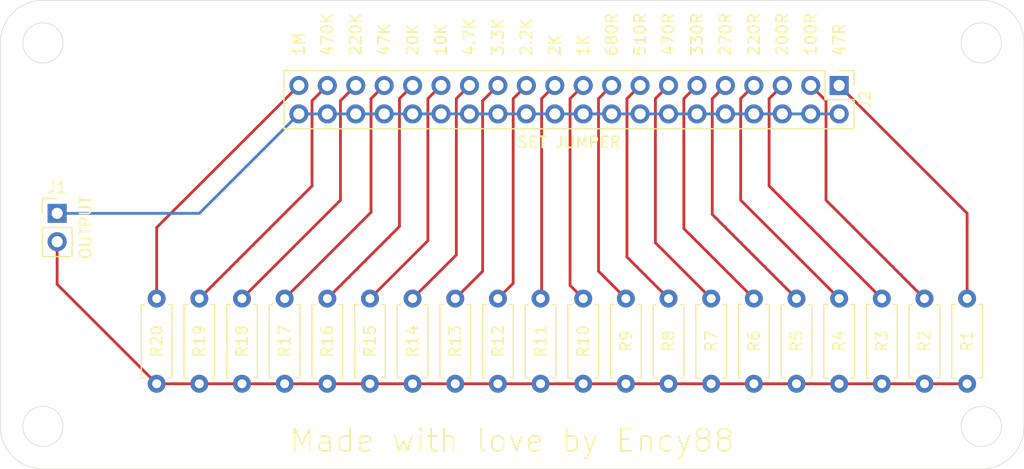
<source format=kicad_pcb>
(kicad_pcb (version 20171130) (host pcbnew 5.1.9-73d0e3b20d~88~ubuntu18.04.1)

  (general
    (thickness 1.6)
    (drawings 35)
    (tracks 99)
    (zones 0)
    (modules 22)
    (nets 23)
  )

  (page A4)
  (layers
    (0 F.Cu signal)
    (31 B.Cu signal)
    (32 B.Adhes user)
    (33 F.Adhes user)
    (34 B.Paste user)
    (35 F.Paste user)
    (36 B.SilkS user)
    (37 F.SilkS user)
    (38 B.Mask user)
    (39 F.Mask user)
    (40 Dwgs.User user)
    (41 Cmts.User user)
    (42 Eco1.User user)
    (43 Eco2.User user)
    (44 Edge.Cuts user)
    (45 Margin user)
    (46 B.CrtYd user)
    (47 F.CrtYd user)
    (48 B.Fab user)
    (49 F.Fab user hide)
  )

  (setup
    (last_trace_width 0.25)
    (trace_clearance 0.2)
    (zone_clearance 0.508)
    (zone_45_only no)
    (trace_min 0.2)
    (via_size 0.8)
    (via_drill 0.4)
    (via_min_size 0.4)
    (via_min_drill 0.3)
    (uvia_size 0.3)
    (uvia_drill 0.1)
    (uvias_allowed no)
    (uvia_min_size 0.2)
    (uvia_min_drill 0.1)
    (edge_width 0.05)
    (segment_width 0.2)
    (pcb_text_width 0.3)
    (pcb_text_size 1.5 1.5)
    (mod_edge_width 0.12)
    (mod_text_size 1 1)
    (mod_text_width 0.15)
    (pad_size 1.524 1.524)
    (pad_drill 0.762)
    (pad_to_mask_clearance 0)
    (aux_axis_origin 0 0)
    (visible_elements FFFFFF7F)
    (pcbplotparams
      (layerselection 0x010fc_ffffffff)
      (usegerberextensions true)
      (usegerberattributes true)
      (usegerberadvancedattributes true)
      (creategerberjobfile true)
      (excludeedgelayer true)
      (linewidth 0.100000)
      (plotframeref false)
      (viasonmask false)
      (mode 1)
      (useauxorigin false)
      (hpglpennumber 1)
      (hpglpenspeed 20)
      (hpglpendiameter 15.000000)
      (psnegative false)
      (psa4output false)
      (plotreference true)
      (plotvalue true)
      (plotinvisibletext false)
      (padsonsilk false)
      (subtractmaskfromsilk false)
      (outputformat 1)
      (mirror false)
      (drillshape 0)
      (scaleselection 1)
      (outputdirectory "./gerber/"))
  )

  (net 0 "")
  (net 1 "Net-(J1-Pad1)")
  (net 2 "Net-(J1-Pad2)")
  (net 3 "Net-(J2-Pad39)")
  (net 4 "Net-(J2-Pad37)")
  (net 5 "Net-(J2-Pad35)")
  (net 6 "Net-(J2-Pad33)")
  (net 7 "Net-(J2-Pad31)")
  (net 8 "Net-(J2-Pad29)")
  (net 9 "Net-(J2-Pad27)")
  (net 10 "Net-(J2-Pad25)")
  (net 11 "Net-(J2-Pad23)")
  (net 12 "Net-(J2-Pad21)")
  (net 13 "Net-(J2-Pad19)")
  (net 14 "Net-(J2-Pad17)")
  (net 15 "Net-(J2-Pad15)")
  (net 16 "Net-(J2-Pad13)")
  (net 17 "Net-(J2-Pad11)")
  (net 18 "Net-(J2-Pad9)")
  (net 19 "Net-(J2-Pad7)")
  (net 20 "Net-(J2-Pad5)")
  (net 21 "Net-(J2-Pad3)")
  (net 22 "Net-(J2-Pad1)")

  (net_class Default "This is the default net class."
    (clearance 0.2)
    (trace_width 0.25)
    (via_dia 0.8)
    (via_drill 0.4)
    (uvia_dia 0.3)
    (uvia_drill 0.1)
    (add_net "Net-(J1-Pad1)")
    (add_net "Net-(J1-Pad2)")
    (add_net "Net-(J2-Pad1)")
    (add_net "Net-(J2-Pad11)")
    (add_net "Net-(J2-Pad13)")
    (add_net "Net-(J2-Pad15)")
    (add_net "Net-(J2-Pad17)")
    (add_net "Net-(J2-Pad19)")
    (add_net "Net-(J2-Pad21)")
    (add_net "Net-(J2-Pad23)")
    (add_net "Net-(J2-Pad25)")
    (add_net "Net-(J2-Pad27)")
    (add_net "Net-(J2-Pad29)")
    (add_net "Net-(J2-Pad3)")
    (add_net "Net-(J2-Pad31)")
    (add_net "Net-(J2-Pad33)")
    (add_net "Net-(J2-Pad35)")
    (add_net "Net-(J2-Pad37)")
    (add_net "Net-(J2-Pad39)")
    (add_net "Net-(J2-Pad5)")
    (add_net "Net-(J2-Pad7)")
    (add_net "Net-(J2-Pad9)")
  )

  (module Connector_PinHeader_2.54mm:PinHeader_2x20_P2.54mm_Vertical (layer F.Cu) (tedit 59FED5CC) (tstamp 606A3C1F)
    (at 148.59 97.79 270)
    (descr "Through hole straight pin header, 2x20, 2.54mm pitch, double rows")
    (tags "Through hole pin header THT 2x20 2.54mm double row")
    (path /6076F9AF)
    (fp_text reference J2 (at 1.27 -2.33 90) (layer F.SilkS)
      (effects (font (size 1 1) (thickness 0.15)))
    )
    (fp_text value Conn_02x20_Odd_Even (at 1.27 50.59 90) (layer F.Fab)
      (effects (font (size 1 1) (thickness 0.15)))
    )
    (fp_text user %R (at 1.27 24.13) (layer F.Fab)
      (effects (font (size 1 1) (thickness 0.15)))
    )
    (fp_line (start 0 -1.27) (end 3.81 -1.27) (layer F.Fab) (width 0.1))
    (fp_line (start 3.81 -1.27) (end 3.81 49.53) (layer F.Fab) (width 0.1))
    (fp_line (start 3.81 49.53) (end -1.27 49.53) (layer F.Fab) (width 0.1))
    (fp_line (start -1.27 49.53) (end -1.27 0) (layer F.Fab) (width 0.1))
    (fp_line (start -1.27 0) (end 0 -1.27) (layer F.Fab) (width 0.1))
    (fp_line (start -1.33 49.59) (end 3.87 49.59) (layer F.SilkS) (width 0.12))
    (fp_line (start -1.33 1.27) (end -1.33 49.59) (layer F.SilkS) (width 0.12))
    (fp_line (start 3.87 -1.33) (end 3.87 49.59) (layer F.SilkS) (width 0.12))
    (fp_line (start -1.33 1.27) (end 1.27 1.27) (layer F.SilkS) (width 0.12))
    (fp_line (start 1.27 1.27) (end 1.27 -1.33) (layer F.SilkS) (width 0.12))
    (fp_line (start 1.27 -1.33) (end 3.87 -1.33) (layer F.SilkS) (width 0.12))
    (fp_line (start -1.33 0) (end -1.33 -1.33) (layer F.SilkS) (width 0.12))
    (fp_line (start -1.33 -1.33) (end 0 -1.33) (layer F.SilkS) (width 0.12))
    (fp_line (start -1.8 -1.8) (end -1.8 50.05) (layer F.CrtYd) (width 0.05))
    (fp_line (start -1.8 50.05) (end 4.35 50.05) (layer F.CrtYd) (width 0.05))
    (fp_line (start 4.35 50.05) (end 4.35 -1.8) (layer F.CrtYd) (width 0.05))
    (fp_line (start 4.35 -1.8) (end -1.8 -1.8) (layer F.CrtYd) (width 0.05))
    (pad 40 thru_hole oval (at 2.54 48.26 270) (size 1.7 1.7) (drill 1) (layers *.Cu *.Mask)
      (net 1 "Net-(J1-Pad1)"))
    (pad 39 thru_hole oval (at 0 48.26 270) (size 1.7 1.7) (drill 1) (layers *.Cu *.Mask)
      (net 3 "Net-(J2-Pad39)"))
    (pad 38 thru_hole oval (at 2.54 45.72 270) (size 1.7 1.7) (drill 1) (layers *.Cu *.Mask)
      (net 1 "Net-(J1-Pad1)"))
    (pad 37 thru_hole oval (at 0 45.72 270) (size 1.7 1.7) (drill 1) (layers *.Cu *.Mask)
      (net 4 "Net-(J2-Pad37)"))
    (pad 36 thru_hole oval (at 2.54 43.18 270) (size 1.7 1.7) (drill 1) (layers *.Cu *.Mask)
      (net 1 "Net-(J1-Pad1)"))
    (pad 35 thru_hole oval (at 0 43.18 270) (size 1.7 1.7) (drill 1) (layers *.Cu *.Mask)
      (net 5 "Net-(J2-Pad35)"))
    (pad 34 thru_hole oval (at 2.54 40.64 270) (size 1.7 1.7) (drill 1) (layers *.Cu *.Mask)
      (net 1 "Net-(J1-Pad1)"))
    (pad 33 thru_hole oval (at 0 40.64 270) (size 1.7 1.7) (drill 1) (layers *.Cu *.Mask)
      (net 6 "Net-(J2-Pad33)"))
    (pad 32 thru_hole oval (at 2.54 38.1 270) (size 1.7 1.7) (drill 1) (layers *.Cu *.Mask)
      (net 1 "Net-(J1-Pad1)"))
    (pad 31 thru_hole oval (at 0 38.1 270) (size 1.7 1.7) (drill 1) (layers *.Cu *.Mask)
      (net 7 "Net-(J2-Pad31)"))
    (pad 30 thru_hole oval (at 2.54 35.56 270) (size 1.7 1.7) (drill 1) (layers *.Cu *.Mask)
      (net 1 "Net-(J1-Pad1)"))
    (pad 29 thru_hole oval (at 0 35.56 270) (size 1.7 1.7) (drill 1) (layers *.Cu *.Mask)
      (net 8 "Net-(J2-Pad29)"))
    (pad 28 thru_hole oval (at 2.54 33.02 270) (size 1.7 1.7) (drill 1) (layers *.Cu *.Mask)
      (net 1 "Net-(J1-Pad1)"))
    (pad 27 thru_hole oval (at 0 33.02 270) (size 1.7 1.7) (drill 1) (layers *.Cu *.Mask)
      (net 9 "Net-(J2-Pad27)"))
    (pad 26 thru_hole oval (at 2.54 30.48 270) (size 1.7 1.7) (drill 1) (layers *.Cu *.Mask)
      (net 1 "Net-(J1-Pad1)"))
    (pad 25 thru_hole oval (at 0 30.48 270) (size 1.7 1.7) (drill 1) (layers *.Cu *.Mask)
      (net 10 "Net-(J2-Pad25)"))
    (pad 24 thru_hole oval (at 2.54 27.94 270) (size 1.7 1.7) (drill 1) (layers *.Cu *.Mask)
      (net 1 "Net-(J1-Pad1)"))
    (pad 23 thru_hole oval (at 0 27.94 270) (size 1.7 1.7) (drill 1) (layers *.Cu *.Mask)
      (net 11 "Net-(J2-Pad23)"))
    (pad 22 thru_hole oval (at 2.54 25.4 270) (size 1.7 1.7) (drill 1) (layers *.Cu *.Mask)
      (net 1 "Net-(J1-Pad1)"))
    (pad 21 thru_hole oval (at 0 25.4 270) (size 1.7 1.7) (drill 1) (layers *.Cu *.Mask)
      (net 12 "Net-(J2-Pad21)"))
    (pad 20 thru_hole oval (at 2.54 22.86 270) (size 1.7 1.7) (drill 1) (layers *.Cu *.Mask)
      (net 1 "Net-(J1-Pad1)"))
    (pad 19 thru_hole oval (at 0 22.86 270) (size 1.7 1.7) (drill 1) (layers *.Cu *.Mask)
      (net 13 "Net-(J2-Pad19)"))
    (pad 18 thru_hole oval (at 2.54 20.32 270) (size 1.7 1.7) (drill 1) (layers *.Cu *.Mask)
      (net 1 "Net-(J1-Pad1)"))
    (pad 17 thru_hole oval (at 0 20.32 270) (size 1.7 1.7) (drill 1) (layers *.Cu *.Mask)
      (net 14 "Net-(J2-Pad17)"))
    (pad 16 thru_hole oval (at 2.54 17.78 270) (size 1.7 1.7) (drill 1) (layers *.Cu *.Mask)
      (net 1 "Net-(J1-Pad1)"))
    (pad 15 thru_hole oval (at 0 17.78 270) (size 1.7 1.7) (drill 1) (layers *.Cu *.Mask)
      (net 15 "Net-(J2-Pad15)"))
    (pad 14 thru_hole oval (at 2.54 15.24 270) (size 1.7 1.7) (drill 1) (layers *.Cu *.Mask)
      (net 1 "Net-(J1-Pad1)"))
    (pad 13 thru_hole oval (at 0 15.24 270) (size 1.7 1.7) (drill 1) (layers *.Cu *.Mask)
      (net 16 "Net-(J2-Pad13)"))
    (pad 12 thru_hole oval (at 2.54 12.7 270) (size 1.7 1.7) (drill 1) (layers *.Cu *.Mask)
      (net 1 "Net-(J1-Pad1)"))
    (pad 11 thru_hole oval (at 0 12.7 270) (size 1.7 1.7) (drill 1) (layers *.Cu *.Mask)
      (net 17 "Net-(J2-Pad11)"))
    (pad 10 thru_hole oval (at 2.54 10.16 270) (size 1.7 1.7) (drill 1) (layers *.Cu *.Mask)
      (net 1 "Net-(J1-Pad1)"))
    (pad 9 thru_hole oval (at 0 10.16 270) (size 1.7 1.7) (drill 1) (layers *.Cu *.Mask)
      (net 18 "Net-(J2-Pad9)"))
    (pad 8 thru_hole oval (at 2.54 7.62 270) (size 1.7 1.7) (drill 1) (layers *.Cu *.Mask)
      (net 1 "Net-(J1-Pad1)"))
    (pad 7 thru_hole oval (at 0 7.62 270) (size 1.7 1.7) (drill 1) (layers *.Cu *.Mask)
      (net 19 "Net-(J2-Pad7)"))
    (pad 6 thru_hole oval (at 2.54 5.08 270) (size 1.7 1.7) (drill 1) (layers *.Cu *.Mask)
      (net 1 "Net-(J1-Pad1)"))
    (pad 5 thru_hole oval (at 0 5.08 270) (size 1.7 1.7) (drill 1) (layers *.Cu *.Mask)
      (net 20 "Net-(J2-Pad5)"))
    (pad 4 thru_hole oval (at 2.54 2.54 270) (size 1.7 1.7) (drill 1) (layers *.Cu *.Mask)
      (net 1 "Net-(J1-Pad1)"))
    (pad 3 thru_hole oval (at 0 2.54 270) (size 1.7 1.7) (drill 1) (layers *.Cu *.Mask)
      (net 21 "Net-(J2-Pad3)"))
    (pad 2 thru_hole oval (at 2.54 0 270) (size 1.7 1.7) (drill 1) (layers *.Cu *.Mask)
      (net 1 "Net-(J1-Pad1)"))
    (pad 1 thru_hole rect (at 0 0 270) (size 1.7 1.7) (drill 1) (layers *.Cu *.Mask)
      (net 22 "Net-(J2-Pad1)"))
    (model ${KISYS3DMOD}/Connector_PinHeader_2.54mm.3dshapes/PinHeader_2x20_P2.54mm_Vertical.wrl
      (at (xyz 0 0 0))
      (scale (xyz 1 1 1))
      (rotate (xyz 0 0 0))
    )
  )

  (module Connector_PinHeader_2.54mm:PinHeader_1x02_P2.54mm_Vertical (layer F.Cu) (tedit 59FED5CC) (tstamp 606A4741)
    (at 78.74 109.22)
    (descr "Through hole straight pin header, 1x02, 2.54mm pitch, single row")
    (tags "Through hole pin header THT 1x02 2.54mm single row")
    (path /606FC3F3)
    (fp_text reference J1 (at 0 -2.33) (layer F.SilkS)
      (effects (font (size 1 1) (thickness 0.15)))
    )
    (fp_text value Conn_01x02_Male (at 0 4.87) (layer F.Fab)
      (effects (font (size 1 1) (thickness 0.15)))
    )
    (fp_line (start -0.635 -1.27) (end 1.27 -1.27) (layer F.Fab) (width 0.1))
    (fp_line (start 1.27 -1.27) (end 1.27 3.81) (layer F.Fab) (width 0.1))
    (fp_line (start 1.27 3.81) (end -1.27 3.81) (layer F.Fab) (width 0.1))
    (fp_line (start -1.27 3.81) (end -1.27 -0.635) (layer F.Fab) (width 0.1))
    (fp_line (start -1.27 -0.635) (end -0.635 -1.27) (layer F.Fab) (width 0.1))
    (fp_line (start -1.33 3.87) (end 1.33 3.87) (layer F.SilkS) (width 0.12))
    (fp_line (start -1.33 1.27) (end -1.33 3.87) (layer F.SilkS) (width 0.12))
    (fp_line (start 1.33 1.27) (end 1.33 3.87) (layer F.SilkS) (width 0.12))
    (fp_line (start -1.33 1.27) (end 1.33 1.27) (layer F.SilkS) (width 0.12))
    (fp_line (start -1.33 0) (end -1.33 -1.33) (layer F.SilkS) (width 0.12))
    (fp_line (start -1.33 -1.33) (end 0 -1.33) (layer F.SilkS) (width 0.12))
    (fp_line (start -1.8 -1.8) (end -1.8 4.35) (layer F.CrtYd) (width 0.05))
    (fp_line (start -1.8 4.35) (end 1.8 4.35) (layer F.CrtYd) (width 0.05))
    (fp_line (start 1.8 4.35) (end 1.8 -1.8) (layer F.CrtYd) (width 0.05))
    (fp_line (start 1.8 -1.8) (end -1.8 -1.8) (layer F.CrtYd) (width 0.05))
    (fp_text user %R (at 0 1.27 90) (layer F.Fab)
      (effects (font (size 1 1) (thickness 0.15)))
    )
    (pad 1 thru_hole rect (at 0 0) (size 1.7 1.7) (drill 1) (layers *.Cu *.Mask)
      (net 1 "Net-(J1-Pad1)"))
    (pad 2 thru_hole oval (at 0 2.54) (size 1.7 1.7) (drill 1) (layers *.Cu *.Mask)
      (net 2 "Net-(J1-Pad2)"))
    (model ${KISYS3DMOD}/Connector_PinHeader_2.54mm.3dshapes/PinHeader_1x02_P2.54mm_Vertical.wrl
      (at (xyz 0 0 0))
      (scale (xyz 1 1 1))
      (rotate (xyz 0 0 0))
    )
  )

  (module Resistor_THT:R_Axial_DIN0207_L6.3mm_D2.5mm_P7.62mm_Horizontal (layer F.Cu) (tedit 5AE5139B) (tstamp 606A0ACD)
    (at 160.02 116.84 270)
    (descr "Resistor, Axial_DIN0207 series, Axial, Horizontal, pin pitch=7.62mm, 0.25W = 1/4W, length*diameter=6.3*2.5mm^2, http://cdn-reichelt.de/documents/datenblatt/B400/1_4W%23YAG.pdf")
    (tags "Resistor Axial_DIN0207 series Axial Horizontal pin pitch 7.62mm 0.25W = 1/4W length 6.3mm diameter 2.5mm")
    (path /6069ABF8)
    (fp_text reference R1 (at 3.81 0 90) (layer F.SilkS)
      (effects (font (size 1 1) (thickness 0.15)))
    )
    (fp_text value 47R (at 3.81 2.37 90) (layer F.Fab)
      (effects (font (size 1 1) (thickness 0.15)))
    )
    (fp_line (start 8.67 -1.5) (end -1.05 -1.5) (layer F.CrtYd) (width 0.05))
    (fp_line (start 8.67 1.5) (end 8.67 -1.5) (layer F.CrtYd) (width 0.05))
    (fp_line (start -1.05 1.5) (end 8.67 1.5) (layer F.CrtYd) (width 0.05))
    (fp_line (start -1.05 -1.5) (end -1.05 1.5) (layer F.CrtYd) (width 0.05))
    (fp_line (start 7.08 1.37) (end 7.08 1.04) (layer F.SilkS) (width 0.12))
    (fp_line (start 0.54 1.37) (end 7.08 1.37) (layer F.SilkS) (width 0.12))
    (fp_line (start 0.54 1.04) (end 0.54 1.37) (layer F.SilkS) (width 0.12))
    (fp_line (start 7.08 -1.37) (end 7.08 -1.04) (layer F.SilkS) (width 0.12))
    (fp_line (start 0.54 -1.37) (end 7.08 -1.37) (layer F.SilkS) (width 0.12))
    (fp_line (start 0.54 -1.04) (end 0.54 -1.37) (layer F.SilkS) (width 0.12))
    (fp_line (start 7.62 0) (end 6.96 0) (layer F.Fab) (width 0.1))
    (fp_line (start 0 0) (end 0.66 0) (layer F.Fab) (width 0.1))
    (fp_line (start 6.96 -1.25) (end 0.66 -1.25) (layer F.Fab) (width 0.1))
    (fp_line (start 6.96 1.25) (end 6.96 -1.25) (layer F.Fab) (width 0.1))
    (fp_line (start 0.66 1.25) (end 6.96 1.25) (layer F.Fab) (width 0.1))
    (fp_line (start 0.66 -1.25) (end 0.66 1.25) (layer F.Fab) (width 0.1))
    (fp_text user %R (at 3.81 0 90) (layer F.Fab)
      (effects (font (size 1 1) (thickness 0.15)))
    )
    (pad 2 thru_hole oval (at 7.62 0 270) (size 1.6 1.6) (drill 0.8) (layers *.Cu *.Mask)
      (net 2 "Net-(J1-Pad2)"))
    (pad 1 thru_hole circle (at 0 0 270) (size 1.6 1.6) (drill 0.8) (layers *.Cu *.Mask)
      (net 22 "Net-(J2-Pad1)"))
    (model ${KISYS3DMOD}/Resistor_THT.3dshapes/R_Axial_DIN0207_L6.3mm_D2.5mm_P7.62mm_Horizontal.wrl
      (at (xyz 0 0 0))
      (scale (xyz 1 1 1))
      (rotate (xyz 0 0 0))
    )
  )

  (module Resistor_THT:R_Axial_DIN0207_L6.3mm_D2.5mm_P7.62mm_Horizontal (layer F.Cu) (tedit 5AE5139B) (tstamp 606A1255)
    (at 156.21 116.84 270)
    (descr "Resistor, Axial_DIN0207 series, Axial, Horizontal, pin pitch=7.62mm, 0.25W = 1/4W, length*diameter=6.3*2.5mm^2, http://cdn-reichelt.de/documents/datenblatt/B400/1_4W%23YAG.pdf")
    (tags "Resistor Axial_DIN0207 series Axial Horizontal pin pitch 7.62mm 0.25W = 1/4W length 6.3mm diameter 2.5mm")
    (path /606BFA91)
    (fp_text reference R2 (at 3.81 0 90) (layer F.SilkS)
      (effects (font (size 1 1) (thickness 0.15)))
    )
    (fp_text value 100R (at 3.81 2.37 90) (layer F.Fab)
      (effects (font (size 1 1) (thickness 0.15)))
    )
    (fp_line (start 0.66 -1.25) (end 0.66 1.25) (layer F.Fab) (width 0.1))
    (fp_line (start 0.66 1.25) (end 6.96 1.25) (layer F.Fab) (width 0.1))
    (fp_line (start 6.96 1.25) (end 6.96 -1.25) (layer F.Fab) (width 0.1))
    (fp_line (start 6.96 -1.25) (end 0.66 -1.25) (layer F.Fab) (width 0.1))
    (fp_line (start 0 0) (end 0.66 0) (layer F.Fab) (width 0.1))
    (fp_line (start 7.62 0) (end 6.96 0) (layer F.Fab) (width 0.1))
    (fp_line (start 0.54 -1.04) (end 0.54 -1.37) (layer F.SilkS) (width 0.12))
    (fp_line (start 0.54 -1.37) (end 7.08 -1.37) (layer F.SilkS) (width 0.12))
    (fp_line (start 7.08 -1.37) (end 7.08 -1.04) (layer F.SilkS) (width 0.12))
    (fp_line (start 0.54 1.04) (end 0.54 1.37) (layer F.SilkS) (width 0.12))
    (fp_line (start 0.54 1.37) (end 7.08 1.37) (layer F.SilkS) (width 0.12))
    (fp_line (start 7.08 1.37) (end 7.08 1.04) (layer F.SilkS) (width 0.12))
    (fp_line (start -1.05 -1.5) (end -1.05 1.5) (layer F.CrtYd) (width 0.05))
    (fp_line (start -1.05 1.5) (end 8.67 1.5) (layer F.CrtYd) (width 0.05))
    (fp_line (start 8.67 1.5) (end 8.67 -1.5) (layer F.CrtYd) (width 0.05))
    (fp_line (start 8.67 -1.5) (end -1.05 -1.5) (layer F.CrtYd) (width 0.05))
    (fp_text user %R (at 3.81 0 90) (layer F.Fab)
      (effects (font (size 1 1) (thickness 0.15)))
    )
    (pad 1 thru_hole circle (at 0 0 270) (size 1.6 1.6) (drill 0.8) (layers *.Cu *.Mask)
      (net 21 "Net-(J2-Pad3)"))
    (pad 2 thru_hole oval (at 7.62 0 270) (size 1.6 1.6) (drill 0.8) (layers *.Cu *.Mask)
      (net 2 "Net-(J1-Pad2)"))
    (model ${KISYS3DMOD}/Resistor_THT.3dshapes/R_Axial_DIN0207_L6.3mm_D2.5mm_P7.62mm_Horizontal.wrl
      (at (xyz 0 0 0))
      (scale (xyz 1 1 1))
      (rotate (xyz 0 0 0))
    )
  )

  (module Resistor_THT:R_Axial_DIN0207_L6.3mm_D2.5mm_P7.62mm_Horizontal (layer F.Cu) (tedit 5AE5139B) (tstamp 606A0AFB)
    (at 152.4 116.84 270)
    (descr "Resistor, Axial_DIN0207 series, Axial, Horizontal, pin pitch=7.62mm, 0.25W = 1/4W, length*diameter=6.3*2.5mm^2, http://cdn-reichelt.de/documents/datenblatt/B400/1_4W%23YAG.pdf")
    (tags "Resistor Axial_DIN0207 series Axial Horizontal pin pitch 7.62mm 0.25W = 1/4W length 6.3mm diameter 2.5mm")
    (path /606A86D6)
    (fp_text reference R3 (at 3.81 0 90) (layer F.SilkS)
      (effects (font (size 1 1) (thickness 0.15)))
    )
    (fp_text value 200R (at 3.81 2.37 90) (layer F.Fab)
      (effects (font (size 1 1) (thickness 0.15)))
    )
    (fp_line (start 0.66 -1.25) (end 0.66 1.25) (layer F.Fab) (width 0.1))
    (fp_line (start 0.66 1.25) (end 6.96 1.25) (layer F.Fab) (width 0.1))
    (fp_line (start 6.96 1.25) (end 6.96 -1.25) (layer F.Fab) (width 0.1))
    (fp_line (start 6.96 -1.25) (end 0.66 -1.25) (layer F.Fab) (width 0.1))
    (fp_line (start 0 0) (end 0.66 0) (layer F.Fab) (width 0.1))
    (fp_line (start 7.62 0) (end 6.96 0) (layer F.Fab) (width 0.1))
    (fp_line (start 0.54 -1.04) (end 0.54 -1.37) (layer F.SilkS) (width 0.12))
    (fp_line (start 0.54 -1.37) (end 7.08 -1.37) (layer F.SilkS) (width 0.12))
    (fp_line (start 7.08 -1.37) (end 7.08 -1.04) (layer F.SilkS) (width 0.12))
    (fp_line (start 0.54 1.04) (end 0.54 1.37) (layer F.SilkS) (width 0.12))
    (fp_line (start 0.54 1.37) (end 7.08 1.37) (layer F.SilkS) (width 0.12))
    (fp_line (start 7.08 1.37) (end 7.08 1.04) (layer F.SilkS) (width 0.12))
    (fp_line (start -1.05 -1.5) (end -1.05 1.5) (layer F.CrtYd) (width 0.05))
    (fp_line (start -1.05 1.5) (end 8.67 1.5) (layer F.CrtYd) (width 0.05))
    (fp_line (start 8.67 1.5) (end 8.67 -1.5) (layer F.CrtYd) (width 0.05))
    (fp_line (start 8.67 -1.5) (end -1.05 -1.5) (layer F.CrtYd) (width 0.05))
    (fp_text user %R (at 3.81 0 90) (layer F.Fab)
      (effects (font (size 1 1) (thickness 0.15)))
    )
    (pad 1 thru_hole circle (at 0 0 270) (size 1.6 1.6) (drill 0.8) (layers *.Cu *.Mask)
      (net 20 "Net-(J2-Pad5)"))
    (pad 2 thru_hole oval (at 7.62 0 270) (size 1.6 1.6) (drill 0.8) (layers *.Cu *.Mask)
      (net 2 "Net-(J1-Pad2)"))
    (model ${KISYS3DMOD}/Resistor_THT.3dshapes/R_Axial_DIN0207_L6.3mm_D2.5mm_P7.62mm_Horizontal.wrl
      (at (xyz 0 0 0))
      (scale (xyz 1 1 1))
      (rotate (xyz 0 0 0))
    )
  )

  (module Resistor_THT:R_Axial_DIN0207_L6.3mm_D2.5mm_P7.62mm_Horizontal (layer F.Cu) (tedit 5AE5139B) (tstamp 606A0B12)
    (at 148.59 116.84 270)
    (descr "Resistor, Axial_DIN0207 series, Axial, Horizontal, pin pitch=7.62mm, 0.25W = 1/4W, length*diameter=6.3*2.5mm^2, http://cdn-reichelt.de/documents/datenblatt/B400/1_4W%23YAG.pdf")
    (tags "Resistor Axial_DIN0207 series Axial Horizontal pin pitch 7.62mm 0.25W = 1/4W length 6.3mm diameter 2.5mm")
    (path /606999D3)
    (fp_text reference R4 (at 3.81 0 90) (layer F.SilkS)
      (effects (font (size 1 1) (thickness 0.15)))
    )
    (fp_text value 220R (at 3.81 2.37 90) (layer F.Fab)
      (effects (font (size 1 1) (thickness 0.15)))
    )
    (fp_line (start 8.67 -1.5) (end -1.05 -1.5) (layer F.CrtYd) (width 0.05))
    (fp_line (start 8.67 1.5) (end 8.67 -1.5) (layer F.CrtYd) (width 0.05))
    (fp_line (start -1.05 1.5) (end 8.67 1.5) (layer F.CrtYd) (width 0.05))
    (fp_line (start -1.05 -1.5) (end -1.05 1.5) (layer F.CrtYd) (width 0.05))
    (fp_line (start 7.08 1.37) (end 7.08 1.04) (layer F.SilkS) (width 0.12))
    (fp_line (start 0.54 1.37) (end 7.08 1.37) (layer F.SilkS) (width 0.12))
    (fp_line (start 0.54 1.04) (end 0.54 1.37) (layer F.SilkS) (width 0.12))
    (fp_line (start 7.08 -1.37) (end 7.08 -1.04) (layer F.SilkS) (width 0.12))
    (fp_line (start 0.54 -1.37) (end 7.08 -1.37) (layer F.SilkS) (width 0.12))
    (fp_line (start 0.54 -1.04) (end 0.54 -1.37) (layer F.SilkS) (width 0.12))
    (fp_line (start 7.62 0) (end 6.96 0) (layer F.Fab) (width 0.1))
    (fp_line (start 0 0) (end 0.66 0) (layer F.Fab) (width 0.1))
    (fp_line (start 6.96 -1.25) (end 0.66 -1.25) (layer F.Fab) (width 0.1))
    (fp_line (start 6.96 1.25) (end 6.96 -1.25) (layer F.Fab) (width 0.1))
    (fp_line (start 0.66 1.25) (end 6.96 1.25) (layer F.Fab) (width 0.1))
    (fp_line (start 0.66 -1.25) (end 0.66 1.25) (layer F.Fab) (width 0.1))
    (fp_text user %R (at 3.81 0 90) (layer F.Fab)
      (effects (font (size 1 1) (thickness 0.15)))
    )
    (pad 2 thru_hole oval (at 7.62 0 270) (size 1.6 1.6) (drill 0.8) (layers *.Cu *.Mask)
      (net 2 "Net-(J1-Pad2)"))
    (pad 1 thru_hole circle (at 0 0 270) (size 1.6 1.6) (drill 0.8) (layers *.Cu *.Mask)
      (net 19 "Net-(J2-Pad7)"))
    (model ${KISYS3DMOD}/Resistor_THT.3dshapes/R_Axial_DIN0207_L6.3mm_D2.5mm_P7.62mm_Horizontal.wrl
      (at (xyz 0 0 0))
      (scale (xyz 1 1 1))
      (rotate (xyz 0 0 0))
    )
  )

  (module Resistor_THT:R_Axial_DIN0207_L6.3mm_D2.5mm_P7.62mm_Horizontal (layer F.Cu) (tedit 5AE5139B) (tstamp 606A0B29)
    (at 144.78 116.84 270)
    (descr "Resistor, Axial_DIN0207 series, Axial, Horizontal, pin pitch=7.62mm, 0.25W = 1/4W, length*diameter=6.3*2.5mm^2, http://cdn-reichelt.de/documents/datenblatt/B400/1_4W%23YAG.pdf")
    (tags "Resistor Axial_DIN0207 series Axial Horizontal pin pitch 7.62mm 0.25W = 1/4W length 6.3mm diameter 2.5mm")
    (path /606B708D)
    (fp_text reference R5 (at 3.81 0 90) (layer F.SilkS)
      (effects (font (size 1 1) (thickness 0.15)))
    )
    (fp_text value 270R (at 3.81 2.37 90) (layer F.Fab)
      (effects (font (size 1 1) (thickness 0.15)))
    )
    (fp_line (start 8.67 -1.5) (end -1.05 -1.5) (layer F.CrtYd) (width 0.05))
    (fp_line (start 8.67 1.5) (end 8.67 -1.5) (layer F.CrtYd) (width 0.05))
    (fp_line (start -1.05 1.5) (end 8.67 1.5) (layer F.CrtYd) (width 0.05))
    (fp_line (start -1.05 -1.5) (end -1.05 1.5) (layer F.CrtYd) (width 0.05))
    (fp_line (start 7.08 1.37) (end 7.08 1.04) (layer F.SilkS) (width 0.12))
    (fp_line (start 0.54 1.37) (end 7.08 1.37) (layer F.SilkS) (width 0.12))
    (fp_line (start 0.54 1.04) (end 0.54 1.37) (layer F.SilkS) (width 0.12))
    (fp_line (start 7.08 -1.37) (end 7.08 -1.04) (layer F.SilkS) (width 0.12))
    (fp_line (start 0.54 -1.37) (end 7.08 -1.37) (layer F.SilkS) (width 0.12))
    (fp_line (start 0.54 -1.04) (end 0.54 -1.37) (layer F.SilkS) (width 0.12))
    (fp_line (start 7.62 0) (end 6.96 0) (layer F.Fab) (width 0.1))
    (fp_line (start 0 0) (end 0.66 0) (layer F.Fab) (width 0.1))
    (fp_line (start 6.96 -1.25) (end 0.66 -1.25) (layer F.Fab) (width 0.1))
    (fp_line (start 6.96 1.25) (end 6.96 -1.25) (layer F.Fab) (width 0.1))
    (fp_line (start 0.66 1.25) (end 6.96 1.25) (layer F.Fab) (width 0.1))
    (fp_line (start 0.66 -1.25) (end 0.66 1.25) (layer F.Fab) (width 0.1))
    (fp_text user %R (at 3.81 0 90) (layer F.Fab)
      (effects (font (size 1 1) (thickness 0.15)))
    )
    (pad 2 thru_hole oval (at 7.62 0 270) (size 1.6 1.6) (drill 0.8) (layers *.Cu *.Mask)
      (net 2 "Net-(J1-Pad2)"))
    (pad 1 thru_hole circle (at 0 0 270) (size 1.6 1.6) (drill 0.8) (layers *.Cu *.Mask)
      (net 18 "Net-(J2-Pad9)"))
    (model ${KISYS3DMOD}/Resistor_THT.3dshapes/R_Axial_DIN0207_L6.3mm_D2.5mm_P7.62mm_Horizontal.wrl
      (at (xyz 0 0 0))
      (scale (xyz 1 1 1))
      (rotate (xyz 0 0 0))
    )
  )

  (module Resistor_THT:R_Axial_DIN0207_L6.3mm_D2.5mm_P7.62mm_Horizontal (layer F.Cu) (tedit 5AE5139B) (tstamp 606A0B40)
    (at 140.97 124.46 90)
    (descr "Resistor, Axial_DIN0207 series, Axial, Horizontal, pin pitch=7.62mm, 0.25W = 1/4W, length*diameter=6.3*2.5mm^2, http://cdn-reichelt.de/documents/datenblatt/B400/1_4W%23YAG.pdf")
    (tags "Resistor Axial_DIN0207 series Axial Horizontal pin pitch 7.62mm 0.25W = 1/4W length 6.3mm diameter 2.5mm")
    (path /606AC819)
    (fp_text reference R6 (at 3.81 0 90) (layer F.SilkS)
      (effects (font (size 1 1) (thickness 0.15)))
    )
    (fp_text value 330R (at 3.81 2.37 90) (layer F.Fab)
      (effects (font (size 1 1) (thickness 0.15)))
    )
    (fp_line (start 0.66 -1.25) (end 0.66 1.25) (layer F.Fab) (width 0.1))
    (fp_line (start 0.66 1.25) (end 6.96 1.25) (layer F.Fab) (width 0.1))
    (fp_line (start 6.96 1.25) (end 6.96 -1.25) (layer F.Fab) (width 0.1))
    (fp_line (start 6.96 -1.25) (end 0.66 -1.25) (layer F.Fab) (width 0.1))
    (fp_line (start 0 0) (end 0.66 0) (layer F.Fab) (width 0.1))
    (fp_line (start 7.62 0) (end 6.96 0) (layer F.Fab) (width 0.1))
    (fp_line (start 0.54 -1.04) (end 0.54 -1.37) (layer F.SilkS) (width 0.12))
    (fp_line (start 0.54 -1.37) (end 7.08 -1.37) (layer F.SilkS) (width 0.12))
    (fp_line (start 7.08 -1.37) (end 7.08 -1.04) (layer F.SilkS) (width 0.12))
    (fp_line (start 0.54 1.04) (end 0.54 1.37) (layer F.SilkS) (width 0.12))
    (fp_line (start 0.54 1.37) (end 7.08 1.37) (layer F.SilkS) (width 0.12))
    (fp_line (start 7.08 1.37) (end 7.08 1.04) (layer F.SilkS) (width 0.12))
    (fp_line (start -1.05 -1.5) (end -1.05 1.5) (layer F.CrtYd) (width 0.05))
    (fp_line (start -1.05 1.5) (end 8.67 1.5) (layer F.CrtYd) (width 0.05))
    (fp_line (start 8.67 1.5) (end 8.67 -1.5) (layer F.CrtYd) (width 0.05))
    (fp_line (start 8.67 -1.5) (end -1.05 -1.5) (layer F.CrtYd) (width 0.05))
    (fp_text user %R (at 3.81 0 90) (layer F.Fab)
      (effects (font (size 1 1) (thickness 0.15)))
    )
    (pad 1 thru_hole circle (at 0 0 90) (size 1.6 1.6) (drill 0.8) (layers *.Cu *.Mask)
      (net 2 "Net-(J1-Pad2)"))
    (pad 2 thru_hole oval (at 7.62 0 90) (size 1.6 1.6) (drill 0.8) (layers *.Cu *.Mask)
      (net 17 "Net-(J2-Pad11)"))
    (model ${KISYS3DMOD}/Resistor_THT.3dshapes/R_Axial_DIN0207_L6.3mm_D2.5mm_P7.62mm_Horizontal.wrl
      (at (xyz 0 0 0))
      (scale (xyz 1 1 1))
      (rotate (xyz 0 0 0))
    )
  )

  (module Resistor_THT:R_Axial_DIN0207_L6.3mm_D2.5mm_P7.62mm_Horizontal (layer F.Cu) (tedit 5AE5139B) (tstamp 606A0B57)
    (at 137.16 124.46 90)
    (descr "Resistor, Axial_DIN0207 series, Axial, Horizontal, pin pitch=7.62mm, 0.25W = 1/4W, length*diameter=6.3*2.5mm^2, http://cdn-reichelt.de/documents/datenblatt/B400/1_4W%23YAG.pdf")
    (tags "Resistor Axial_DIN0207 series Axial Horizontal pin pitch 7.62mm 0.25W = 1/4W length 6.3mm diameter 2.5mm")
    (path /6069A607)
    (fp_text reference R7 (at 3.81 0 90) (layer F.SilkS)
      (effects (font (size 1 1) (thickness 0.15)))
    )
    (fp_text value 470R (at 3.81 2.37 90) (layer F.Fab)
      (effects (font (size 1 1) (thickness 0.15)))
    )
    (fp_line (start 0.66 -1.25) (end 0.66 1.25) (layer F.Fab) (width 0.1))
    (fp_line (start 0.66 1.25) (end 6.96 1.25) (layer F.Fab) (width 0.1))
    (fp_line (start 6.96 1.25) (end 6.96 -1.25) (layer F.Fab) (width 0.1))
    (fp_line (start 6.96 -1.25) (end 0.66 -1.25) (layer F.Fab) (width 0.1))
    (fp_line (start 0 0) (end 0.66 0) (layer F.Fab) (width 0.1))
    (fp_line (start 7.62 0) (end 6.96 0) (layer F.Fab) (width 0.1))
    (fp_line (start 0.54 -1.04) (end 0.54 -1.37) (layer F.SilkS) (width 0.12))
    (fp_line (start 0.54 -1.37) (end 7.08 -1.37) (layer F.SilkS) (width 0.12))
    (fp_line (start 7.08 -1.37) (end 7.08 -1.04) (layer F.SilkS) (width 0.12))
    (fp_line (start 0.54 1.04) (end 0.54 1.37) (layer F.SilkS) (width 0.12))
    (fp_line (start 0.54 1.37) (end 7.08 1.37) (layer F.SilkS) (width 0.12))
    (fp_line (start 7.08 1.37) (end 7.08 1.04) (layer F.SilkS) (width 0.12))
    (fp_line (start -1.05 -1.5) (end -1.05 1.5) (layer F.CrtYd) (width 0.05))
    (fp_line (start -1.05 1.5) (end 8.67 1.5) (layer F.CrtYd) (width 0.05))
    (fp_line (start 8.67 1.5) (end 8.67 -1.5) (layer F.CrtYd) (width 0.05))
    (fp_line (start 8.67 -1.5) (end -1.05 -1.5) (layer F.CrtYd) (width 0.05))
    (fp_text user %R (at 3.81 0 90) (layer F.Fab)
      (effects (font (size 1 1) (thickness 0.15)))
    )
    (pad 1 thru_hole circle (at 0 0 90) (size 1.6 1.6) (drill 0.8) (layers *.Cu *.Mask)
      (net 2 "Net-(J1-Pad2)"))
    (pad 2 thru_hole oval (at 7.62 0 90) (size 1.6 1.6) (drill 0.8) (layers *.Cu *.Mask)
      (net 16 "Net-(J2-Pad13)"))
    (model ${KISYS3DMOD}/Resistor_THT.3dshapes/R_Axial_DIN0207_L6.3mm_D2.5mm_P7.62mm_Horizontal.wrl
      (at (xyz 0 0 0))
      (scale (xyz 1 1 1))
      (rotate (xyz 0 0 0))
    )
  )

  (module Resistor_THT:R_Axial_DIN0207_L6.3mm_D2.5mm_P7.62mm_Horizontal (layer F.Cu) (tedit 5AE5139B) (tstamp 606A0B6E)
    (at 133.35 124.46 90)
    (descr "Resistor, Axial_DIN0207 series, Axial, Horizontal, pin pitch=7.62mm, 0.25W = 1/4W, length*diameter=6.3*2.5mm^2, http://cdn-reichelt.de/documents/datenblatt/B400/1_4W%23YAG.pdf")
    (tags "Resistor Axial_DIN0207 series Axial Horizontal pin pitch 7.62mm 0.25W = 1/4W length 6.3mm diameter 2.5mm")
    (path /606A4A7F)
    (fp_text reference R8 (at 3.81 0 90) (layer F.SilkS)
      (effects (font (size 1 1) (thickness 0.15)))
    )
    (fp_text value 510R (at 3.81 2.37 90) (layer F.Fab)
      (effects (font (size 1 1) (thickness 0.15)))
    )
    (fp_line (start 0.66 -1.25) (end 0.66 1.25) (layer F.Fab) (width 0.1))
    (fp_line (start 0.66 1.25) (end 6.96 1.25) (layer F.Fab) (width 0.1))
    (fp_line (start 6.96 1.25) (end 6.96 -1.25) (layer F.Fab) (width 0.1))
    (fp_line (start 6.96 -1.25) (end 0.66 -1.25) (layer F.Fab) (width 0.1))
    (fp_line (start 0 0) (end 0.66 0) (layer F.Fab) (width 0.1))
    (fp_line (start 7.62 0) (end 6.96 0) (layer F.Fab) (width 0.1))
    (fp_line (start 0.54 -1.04) (end 0.54 -1.37) (layer F.SilkS) (width 0.12))
    (fp_line (start 0.54 -1.37) (end 7.08 -1.37) (layer F.SilkS) (width 0.12))
    (fp_line (start 7.08 -1.37) (end 7.08 -1.04) (layer F.SilkS) (width 0.12))
    (fp_line (start 0.54 1.04) (end 0.54 1.37) (layer F.SilkS) (width 0.12))
    (fp_line (start 0.54 1.37) (end 7.08 1.37) (layer F.SilkS) (width 0.12))
    (fp_line (start 7.08 1.37) (end 7.08 1.04) (layer F.SilkS) (width 0.12))
    (fp_line (start -1.05 -1.5) (end -1.05 1.5) (layer F.CrtYd) (width 0.05))
    (fp_line (start -1.05 1.5) (end 8.67 1.5) (layer F.CrtYd) (width 0.05))
    (fp_line (start 8.67 1.5) (end 8.67 -1.5) (layer F.CrtYd) (width 0.05))
    (fp_line (start 8.67 -1.5) (end -1.05 -1.5) (layer F.CrtYd) (width 0.05))
    (fp_text user %R (at 3.81 0 90) (layer F.Fab)
      (effects (font (size 1 1) (thickness 0.15)))
    )
    (pad 1 thru_hole circle (at 0 0 90) (size 1.6 1.6) (drill 0.8) (layers *.Cu *.Mask)
      (net 2 "Net-(J1-Pad2)"))
    (pad 2 thru_hole oval (at 7.62 0 90) (size 1.6 1.6) (drill 0.8) (layers *.Cu *.Mask)
      (net 15 "Net-(J2-Pad15)"))
    (model ${KISYS3DMOD}/Resistor_THT.3dshapes/R_Axial_DIN0207_L6.3mm_D2.5mm_P7.62mm_Horizontal.wrl
      (at (xyz 0 0 0))
      (scale (xyz 1 1 1))
      (rotate (xyz 0 0 0))
    )
  )

  (module Resistor_THT:R_Axial_DIN0207_L6.3mm_D2.5mm_P7.62mm_Horizontal (layer F.Cu) (tedit 5AE5139B) (tstamp 606A0B85)
    (at 129.54 124.46 90)
    (descr "Resistor, Axial_DIN0207 series, Axial, Horizontal, pin pitch=7.62mm, 0.25W = 1/4W, length*diameter=6.3*2.5mm^2, http://cdn-reichelt.de/documents/datenblatt/B400/1_4W%23YAG.pdf")
    (tags "Resistor Axial_DIN0207 series Axial Horizontal pin pitch 7.62mm 0.25W = 1/4W length 6.3mm diameter 2.5mm")
    (path /6069A9BF)
    (fp_text reference R9 (at 3.81 0 90) (layer F.SilkS)
      (effects (font (size 1 1) (thickness 0.15)))
    )
    (fp_text value 680R (at 3.81 2.37 90) (layer F.Fab)
      (effects (font (size 1 1) (thickness 0.15)))
    )
    (fp_line (start 0.66 -1.25) (end 0.66 1.25) (layer F.Fab) (width 0.1))
    (fp_line (start 0.66 1.25) (end 6.96 1.25) (layer F.Fab) (width 0.1))
    (fp_line (start 6.96 1.25) (end 6.96 -1.25) (layer F.Fab) (width 0.1))
    (fp_line (start 6.96 -1.25) (end 0.66 -1.25) (layer F.Fab) (width 0.1))
    (fp_line (start 0 0) (end 0.66 0) (layer F.Fab) (width 0.1))
    (fp_line (start 7.62 0) (end 6.96 0) (layer F.Fab) (width 0.1))
    (fp_line (start 0.54 -1.04) (end 0.54 -1.37) (layer F.SilkS) (width 0.12))
    (fp_line (start 0.54 -1.37) (end 7.08 -1.37) (layer F.SilkS) (width 0.12))
    (fp_line (start 7.08 -1.37) (end 7.08 -1.04) (layer F.SilkS) (width 0.12))
    (fp_line (start 0.54 1.04) (end 0.54 1.37) (layer F.SilkS) (width 0.12))
    (fp_line (start 0.54 1.37) (end 7.08 1.37) (layer F.SilkS) (width 0.12))
    (fp_line (start 7.08 1.37) (end 7.08 1.04) (layer F.SilkS) (width 0.12))
    (fp_line (start -1.05 -1.5) (end -1.05 1.5) (layer F.CrtYd) (width 0.05))
    (fp_line (start -1.05 1.5) (end 8.67 1.5) (layer F.CrtYd) (width 0.05))
    (fp_line (start 8.67 1.5) (end 8.67 -1.5) (layer F.CrtYd) (width 0.05))
    (fp_line (start 8.67 -1.5) (end -1.05 -1.5) (layer F.CrtYd) (width 0.05))
    (fp_text user %R (at 3.81 0 90) (layer F.Fab)
      (effects (font (size 1 1) (thickness 0.15)))
    )
    (pad 1 thru_hole circle (at 0 0 90) (size 1.6 1.6) (drill 0.8) (layers *.Cu *.Mask)
      (net 2 "Net-(J1-Pad2)"))
    (pad 2 thru_hole oval (at 7.62 0 90) (size 1.6 1.6) (drill 0.8) (layers *.Cu *.Mask)
      (net 14 "Net-(J2-Pad17)"))
    (model ${KISYS3DMOD}/Resistor_THT.3dshapes/R_Axial_DIN0207_L6.3mm_D2.5mm_P7.62mm_Horizontal.wrl
      (at (xyz 0 0 0))
      (scale (xyz 1 1 1))
      (rotate (xyz 0 0 0))
    )
  )

  (module Resistor_THT:R_Axial_DIN0207_L6.3mm_D2.5mm_P7.62mm_Horizontal (layer F.Cu) (tedit 5AE5139B) (tstamp 606A0B9C)
    (at 125.73 124.46 90)
    (descr "Resistor, Axial_DIN0207 series, Axial, Horizontal, pin pitch=7.62mm, 0.25W = 1/4W, length*diameter=6.3*2.5mm^2, http://cdn-reichelt.de/documents/datenblatt/B400/1_4W%23YAG.pdf")
    (tags "Resistor Axial_DIN0207 series Axial Horizontal pin pitch 7.62mm 0.25W = 1/4W length 6.3mm diameter 2.5mm")
    (path /606C3148)
    (fp_text reference R10 (at 3.81 0 90) (layer F.SilkS)
      (effects (font (size 1 1) (thickness 0.15)))
    )
    (fp_text value 1K (at 3.81 2.37 90) (layer F.Fab)
      (effects (font (size 1 1) (thickness 0.15)))
    )
    (fp_line (start 8.67 -1.5) (end -1.05 -1.5) (layer F.CrtYd) (width 0.05))
    (fp_line (start 8.67 1.5) (end 8.67 -1.5) (layer F.CrtYd) (width 0.05))
    (fp_line (start -1.05 1.5) (end 8.67 1.5) (layer F.CrtYd) (width 0.05))
    (fp_line (start -1.05 -1.5) (end -1.05 1.5) (layer F.CrtYd) (width 0.05))
    (fp_line (start 7.08 1.37) (end 7.08 1.04) (layer F.SilkS) (width 0.12))
    (fp_line (start 0.54 1.37) (end 7.08 1.37) (layer F.SilkS) (width 0.12))
    (fp_line (start 0.54 1.04) (end 0.54 1.37) (layer F.SilkS) (width 0.12))
    (fp_line (start 7.08 -1.37) (end 7.08 -1.04) (layer F.SilkS) (width 0.12))
    (fp_line (start 0.54 -1.37) (end 7.08 -1.37) (layer F.SilkS) (width 0.12))
    (fp_line (start 0.54 -1.04) (end 0.54 -1.37) (layer F.SilkS) (width 0.12))
    (fp_line (start 7.62 0) (end 6.96 0) (layer F.Fab) (width 0.1))
    (fp_line (start 0 0) (end 0.66 0) (layer F.Fab) (width 0.1))
    (fp_line (start 6.96 -1.25) (end 0.66 -1.25) (layer F.Fab) (width 0.1))
    (fp_line (start 6.96 1.25) (end 6.96 -1.25) (layer F.Fab) (width 0.1))
    (fp_line (start 0.66 1.25) (end 6.96 1.25) (layer F.Fab) (width 0.1))
    (fp_line (start 0.66 -1.25) (end 0.66 1.25) (layer F.Fab) (width 0.1))
    (fp_text user %R (at 3.81 0 90) (layer F.Fab)
      (effects (font (size 1 1) (thickness 0.15)))
    )
    (pad 2 thru_hole oval (at 7.62 0 90) (size 1.6 1.6) (drill 0.8) (layers *.Cu *.Mask)
      (net 13 "Net-(J2-Pad19)"))
    (pad 1 thru_hole circle (at 0 0 90) (size 1.6 1.6) (drill 0.8) (layers *.Cu *.Mask)
      (net 2 "Net-(J1-Pad2)"))
    (model ${KISYS3DMOD}/Resistor_THT.3dshapes/R_Axial_DIN0207_L6.3mm_D2.5mm_P7.62mm_Horizontal.wrl
      (at (xyz 0 0 0))
      (scale (xyz 1 1 1))
      (rotate (xyz 0 0 0))
    )
  )

  (module Resistor_THT:R_Axial_DIN0207_L6.3mm_D2.5mm_P7.62mm_Horizontal (layer F.Cu) (tedit 5AE5139B) (tstamp 606A0BB3)
    (at 121.92 124.46 90)
    (descr "Resistor, Axial_DIN0207 series, Axial, Horizontal, pin pitch=7.62mm, 0.25W = 1/4W, length*diameter=6.3*2.5mm^2, http://cdn-reichelt.de/documents/datenblatt/B400/1_4W%23YAG.pdf")
    (tags "Resistor Axial_DIN0207 series Axial Horizontal pin pitch 7.62mm 0.25W = 1/4W length 6.3mm diameter 2.5mm")
    (path /606B5345)
    (fp_text reference R11 (at 3.81 0 90) (layer F.SilkS)
      (effects (font (size 1 1) (thickness 0.15)))
    )
    (fp_text value 2K (at 3.81 2.37 90) (layer F.Fab)
      (effects (font (size 1 1) (thickness 0.15)))
    )
    (fp_line (start 0.66 -1.25) (end 0.66 1.25) (layer F.Fab) (width 0.1))
    (fp_line (start 0.66 1.25) (end 6.96 1.25) (layer F.Fab) (width 0.1))
    (fp_line (start 6.96 1.25) (end 6.96 -1.25) (layer F.Fab) (width 0.1))
    (fp_line (start 6.96 -1.25) (end 0.66 -1.25) (layer F.Fab) (width 0.1))
    (fp_line (start 0 0) (end 0.66 0) (layer F.Fab) (width 0.1))
    (fp_line (start 7.62 0) (end 6.96 0) (layer F.Fab) (width 0.1))
    (fp_line (start 0.54 -1.04) (end 0.54 -1.37) (layer F.SilkS) (width 0.12))
    (fp_line (start 0.54 -1.37) (end 7.08 -1.37) (layer F.SilkS) (width 0.12))
    (fp_line (start 7.08 -1.37) (end 7.08 -1.04) (layer F.SilkS) (width 0.12))
    (fp_line (start 0.54 1.04) (end 0.54 1.37) (layer F.SilkS) (width 0.12))
    (fp_line (start 0.54 1.37) (end 7.08 1.37) (layer F.SilkS) (width 0.12))
    (fp_line (start 7.08 1.37) (end 7.08 1.04) (layer F.SilkS) (width 0.12))
    (fp_line (start -1.05 -1.5) (end -1.05 1.5) (layer F.CrtYd) (width 0.05))
    (fp_line (start -1.05 1.5) (end 8.67 1.5) (layer F.CrtYd) (width 0.05))
    (fp_line (start 8.67 1.5) (end 8.67 -1.5) (layer F.CrtYd) (width 0.05))
    (fp_line (start 8.67 -1.5) (end -1.05 -1.5) (layer F.CrtYd) (width 0.05))
    (fp_text user %R (at 3.81 0 90) (layer F.Fab)
      (effects (font (size 1 1) (thickness 0.15)))
    )
    (pad 1 thru_hole circle (at 0 0 90) (size 1.6 1.6) (drill 0.8) (layers *.Cu *.Mask)
      (net 2 "Net-(J1-Pad2)"))
    (pad 2 thru_hole oval (at 7.62 0 90) (size 1.6 1.6) (drill 0.8) (layers *.Cu *.Mask)
      (net 12 "Net-(J2-Pad21)"))
    (model ${KISYS3DMOD}/Resistor_THT.3dshapes/R_Axial_DIN0207_L6.3mm_D2.5mm_P7.62mm_Horizontal.wrl
      (at (xyz 0 0 0))
      (scale (xyz 1 1 1))
      (rotate (xyz 0 0 0))
    )
  )

  (module Resistor_THT:R_Axial_DIN0207_L6.3mm_D2.5mm_P7.62mm_Horizontal (layer F.Cu) (tedit 5AE5139B) (tstamp 606A0BCA)
    (at 118.11 124.46 90)
    (descr "Resistor, Axial_DIN0207 series, Axial, Horizontal, pin pitch=7.62mm, 0.25W = 1/4W, length*diameter=6.3*2.5mm^2, http://cdn-reichelt.de/documents/datenblatt/B400/1_4W%23YAG.pdf")
    (tags "Resistor Axial_DIN0207 series Axial Horizontal pin pitch 7.62mm 0.25W = 1/4W length 6.3mm diameter 2.5mm")
    (path /606AA230)
    (fp_text reference R12 (at 3.81 0 90) (layer F.SilkS)
      (effects (font (size 1 1) (thickness 0.15)))
    )
    (fp_text value 2.2K (at 3.81 2.37 90) (layer F.Fab)
      (effects (font (size 1 1) (thickness 0.15)))
    )
    (fp_line (start 8.67 -1.5) (end -1.05 -1.5) (layer F.CrtYd) (width 0.05))
    (fp_line (start 8.67 1.5) (end 8.67 -1.5) (layer F.CrtYd) (width 0.05))
    (fp_line (start -1.05 1.5) (end 8.67 1.5) (layer F.CrtYd) (width 0.05))
    (fp_line (start -1.05 -1.5) (end -1.05 1.5) (layer F.CrtYd) (width 0.05))
    (fp_line (start 7.08 1.37) (end 7.08 1.04) (layer F.SilkS) (width 0.12))
    (fp_line (start 0.54 1.37) (end 7.08 1.37) (layer F.SilkS) (width 0.12))
    (fp_line (start 0.54 1.04) (end 0.54 1.37) (layer F.SilkS) (width 0.12))
    (fp_line (start 7.08 -1.37) (end 7.08 -1.04) (layer F.SilkS) (width 0.12))
    (fp_line (start 0.54 -1.37) (end 7.08 -1.37) (layer F.SilkS) (width 0.12))
    (fp_line (start 0.54 -1.04) (end 0.54 -1.37) (layer F.SilkS) (width 0.12))
    (fp_line (start 7.62 0) (end 6.96 0) (layer F.Fab) (width 0.1))
    (fp_line (start 0 0) (end 0.66 0) (layer F.Fab) (width 0.1))
    (fp_line (start 6.96 -1.25) (end 0.66 -1.25) (layer F.Fab) (width 0.1))
    (fp_line (start 6.96 1.25) (end 6.96 -1.25) (layer F.Fab) (width 0.1))
    (fp_line (start 0.66 1.25) (end 6.96 1.25) (layer F.Fab) (width 0.1))
    (fp_line (start 0.66 -1.25) (end 0.66 1.25) (layer F.Fab) (width 0.1))
    (fp_text user %R (at 3.81 0 90) (layer F.Fab)
      (effects (font (size 1 1) (thickness 0.15)))
    )
    (pad 2 thru_hole oval (at 7.62 0 90) (size 1.6 1.6) (drill 0.8) (layers *.Cu *.Mask)
      (net 11 "Net-(J2-Pad23)"))
    (pad 1 thru_hole circle (at 0 0 90) (size 1.6 1.6) (drill 0.8) (layers *.Cu *.Mask)
      (net 2 "Net-(J1-Pad2)"))
    (model ${KISYS3DMOD}/Resistor_THT.3dshapes/R_Axial_DIN0207_L6.3mm_D2.5mm_P7.62mm_Horizontal.wrl
      (at (xyz 0 0 0))
      (scale (xyz 1 1 1))
      (rotate (xyz 0 0 0))
    )
  )

  (module Resistor_THT:R_Axial_DIN0207_L6.3mm_D2.5mm_P7.62mm_Horizontal (layer F.Cu) (tedit 5AE5139B) (tstamp 606A0BE1)
    (at 114.3 124.46 90)
    (descr "Resistor, Axial_DIN0207 series, Axial, Horizontal, pin pitch=7.62mm, 0.25W = 1/4W, length*diameter=6.3*2.5mm^2, http://cdn-reichelt.de/documents/datenblatt/B400/1_4W%23YAG.pdf")
    (tags "Resistor Axial_DIN0207 series Axial Horizontal pin pitch 7.62mm 0.25W = 1/4W length 6.3mm diameter 2.5mm")
    (path /606A6CA2)
    (fp_text reference R13 (at 3.81 0 90) (layer F.SilkS)
      (effects (font (size 1 1) (thickness 0.15)))
    )
    (fp_text value 3.3K (at 3.81 2.37 90) (layer F.Fab)
      (effects (font (size 1 1) (thickness 0.15)))
    )
    (fp_line (start 8.67 -1.5) (end -1.05 -1.5) (layer F.CrtYd) (width 0.05))
    (fp_line (start 8.67 1.5) (end 8.67 -1.5) (layer F.CrtYd) (width 0.05))
    (fp_line (start -1.05 1.5) (end 8.67 1.5) (layer F.CrtYd) (width 0.05))
    (fp_line (start -1.05 -1.5) (end -1.05 1.5) (layer F.CrtYd) (width 0.05))
    (fp_line (start 7.08 1.37) (end 7.08 1.04) (layer F.SilkS) (width 0.12))
    (fp_line (start 0.54 1.37) (end 7.08 1.37) (layer F.SilkS) (width 0.12))
    (fp_line (start 0.54 1.04) (end 0.54 1.37) (layer F.SilkS) (width 0.12))
    (fp_line (start 7.08 -1.37) (end 7.08 -1.04) (layer F.SilkS) (width 0.12))
    (fp_line (start 0.54 -1.37) (end 7.08 -1.37) (layer F.SilkS) (width 0.12))
    (fp_line (start 0.54 -1.04) (end 0.54 -1.37) (layer F.SilkS) (width 0.12))
    (fp_line (start 7.62 0) (end 6.96 0) (layer F.Fab) (width 0.1))
    (fp_line (start 0 0) (end 0.66 0) (layer F.Fab) (width 0.1))
    (fp_line (start 6.96 -1.25) (end 0.66 -1.25) (layer F.Fab) (width 0.1))
    (fp_line (start 6.96 1.25) (end 6.96 -1.25) (layer F.Fab) (width 0.1))
    (fp_line (start 0.66 1.25) (end 6.96 1.25) (layer F.Fab) (width 0.1))
    (fp_line (start 0.66 -1.25) (end 0.66 1.25) (layer F.Fab) (width 0.1))
    (fp_text user %R (at 3.81 0 90) (layer F.Fab)
      (effects (font (size 1 1) (thickness 0.15)))
    )
    (pad 2 thru_hole oval (at 7.62 0 90) (size 1.6 1.6) (drill 0.8) (layers *.Cu *.Mask)
      (net 10 "Net-(J2-Pad25)"))
    (pad 1 thru_hole circle (at 0 0 90) (size 1.6 1.6) (drill 0.8) (layers *.Cu *.Mask)
      (net 2 "Net-(J1-Pad2)"))
    (model ${KISYS3DMOD}/Resistor_THT.3dshapes/R_Axial_DIN0207_L6.3mm_D2.5mm_P7.62mm_Horizontal.wrl
      (at (xyz 0 0 0))
      (scale (xyz 1 1 1))
      (rotate (xyz 0 0 0))
    )
  )

  (module Resistor_THT:R_Axial_DIN0207_L6.3mm_D2.5mm_P7.62mm_Horizontal (layer F.Cu) (tedit 5AE5139B) (tstamp 606A0BF8)
    (at 110.49 124.46 90)
    (descr "Resistor, Axial_DIN0207 series, Axial, Horizontal, pin pitch=7.62mm, 0.25W = 1/4W, length*diameter=6.3*2.5mm^2, http://cdn-reichelt.de/documents/datenblatt/B400/1_4W%23YAG.pdf")
    (tags "Resistor Axial_DIN0207 series Axial Horizontal pin pitch 7.62mm 0.25W = 1/4W length 6.3mm diameter 2.5mm")
    (path /606D3A37)
    (fp_text reference R14 (at 3.81 0 90) (layer F.SilkS)
      (effects (font (size 1 1) (thickness 0.15)))
    )
    (fp_text value 4.7K (at 3.81 2.37 90) (layer F.Fab)
      (effects (font (size 1 1) (thickness 0.15)))
    )
    (fp_line (start 0.66 -1.25) (end 0.66 1.25) (layer F.Fab) (width 0.1))
    (fp_line (start 0.66 1.25) (end 6.96 1.25) (layer F.Fab) (width 0.1))
    (fp_line (start 6.96 1.25) (end 6.96 -1.25) (layer F.Fab) (width 0.1))
    (fp_line (start 6.96 -1.25) (end 0.66 -1.25) (layer F.Fab) (width 0.1))
    (fp_line (start 0 0) (end 0.66 0) (layer F.Fab) (width 0.1))
    (fp_line (start 7.62 0) (end 6.96 0) (layer F.Fab) (width 0.1))
    (fp_line (start 0.54 -1.04) (end 0.54 -1.37) (layer F.SilkS) (width 0.12))
    (fp_line (start 0.54 -1.37) (end 7.08 -1.37) (layer F.SilkS) (width 0.12))
    (fp_line (start 7.08 -1.37) (end 7.08 -1.04) (layer F.SilkS) (width 0.12))
    (fp_line (start 0.54 1.04) (end 0.54 1.37) (layer F.SilkS) (width 0.12))
    (fp_line (start 0.54 1.37) (end 7.08 1.37) (layer F.SilkS) (width 0.12))
    (fp_line (start 7.08 1.37) (end 7.08 1.04) (layer F.SilkS) (width 0.12))
    (fp_line (start -1.05 -1.5) (end -1.05 1.5) (layer F.CrtYd) (width 0.05))
    (fp_line (start -1.05 1.5) (end 8.67 1.5) (layer F.CrtYd) (width 0.05))
    (fp_line (start 8.67 1.5) (end 8.67 -1.5) (layer F.CrtYd) (width 0.05))
    (fp_line (start 8.67 -1.5) (end -1.05 -1.5) (layer F.CrtYd) (width 0.05))
    (fp_text user %R (at 3.81 0 90) (layer F.Fab)
      (effects (font (size 1 1) (thickness 0.15)))
    )
    (pad 1 thru_hole circle (at 0 0 90) (size 1.6 1.6) (drill 0.8) (layers *.Cu *.Mask)
      (net 2 "Net-(J1-Pad2)"))
    (pad 2 thru_hole oval (at 7.62 0 90) (size 1.6 1.6) (drill 0.8) (layers *.Cu *.Mask)
      (net 9 "Net-(J2-Pad27)"))
    (model ${KISYS3DMOD}/Resistor_THT.3dshapes/R_Axial_DIN0207_L6.3mm_D2.5mm_P7.62mm_Horizontal.wrl
      (at (xyz 0 0 0))
      (scale (xyz 1 1 1))
      (rotate (xyz 0 0 0))
    )
  )

  (module Resistor_THT:R_Axial_DIN0207_L6.3mm_D2.5mm_P7.62mm_Horizontal (layer F.Cu) (tedit 5AE5139B) (tstamp 606A0C0F)
    (at 106.68 124.46 90)
    (descr "Resistor, Axial_DIN0207 series, Axial, Horizontal, pin pitch=7.62mm, 0.25W = 1/4W, length*diameter=6.3*2.5mm^2, http://cdn-reichelt.de/documents/datenblatt/B400/1_4W%23YAG.pdf")
    (tags "Resistor Axial_DIN0207 series Axial Horizontal pin pitch 7.62mm 0.25W = 1/4W length 6.3mm diameter 2.5mm")
    (path /606B9A4A)
    (fp_text reference R15 (at 3.81 0 90) (layer F.SilkS)
      (effects (font (size 1 1) (thickness 0.15)))
    )
    (fp_text value 10K (at 3.81 2.37 90) (layer F.Fab)
      (effects (font (size 1 1) (thickness 0.15)))
    )
    (fp_line (start 0.66 -1.25) (end 0.66 1.25) (layer F.Fab) (width 0.1))
    (fp_line (start 0.66 1.25) (end 6.96 1.25) (layer F.Fab) (width 0.1))
    (fp_line (start 6.96 1.25) (end 6.96 -1.25) (layer F.Fab) (width 0.1))
    (fp_line (start 6.96 -1.25) (end 0.66 -1.25) (layer F.Fab) (width 0.1))
    (fp_line (start 0 0) (end 0.66 0) (layer F.Fab) (width 0.1))
    (fp_line (start 7.62 0) (end 6.96 0) (layer F.Fab) (width 0.1))
    (fp_line (start 0.54 -1.04) (end 0.54 -1.37) (layer F.SilkS) (width 0.12))
    (fp_line (start 0.54 -1.37) (end 7.08 -1.37) (layer F.SilkS) (width 0.12))
    (fp_line (start 7.08 -1.37) (end 7.08 -1.04) (layer F.SilkS) (width 0.12))
    (fp_line (start 0.54 1.04) (end 0.54 1.37) (layer F.SilkS) (width 0.12))
    (fp_line (start 0.54 1.37) (end 7.08 1.37) (layer F.SilkS) (width 0.12))
    (fp_line (start 7.08 1.37) (end 7.08 1.04) (layer F.SilkS) (width 0.12))
    (fp_line (start -1.05 -1.5) (end -1.05 1.5) (layer F.CrtYd) (width 0.05))
    (fp_line (start -1.05 1.5) (end 8.67 1.5) (layer F.CrtYd) (width 0.05))
    (fp_line (start 8.67 1.5) (end 8.67 -1.5) (layer F.CrtYd) (width 0.05))
    (fp_line (start 8.67 -1.5) (end -1.05 -1.5) (layer F.CrtYd) (width 0.05))
    (fp_text user %R (at 3.81 0 90) (layer F.Fab)
      (effects (font (size 1 1) (thickness 0.15)))
    )
    (pad 1 thru_hole circle (at 0 0 90) (size 1.6 1.6) (drill 0.8) (layers *.Cu *.Mask)
      (net 2 "Net-(J1-Pad2)"))
    (pad 2 thru_hole oval (at 7.62 0 90) (size 1.6 1.6) (drill 0.8) (layers *.Cu *.Mask)
      (net 8 "Net-(J2-Pad29)"))
    (model ${KISYS3DMOD}/Resistor_THT.3dshapes/R_Axial_DIN0207_L6.3mm_D2.5mm_P7.62mm_Horizontal.wrl
      (at (xyz 0 0 0))
      (scale (xyz 1 1 1))
      (rotate (xyz 0 0 0))
    )
  )

  (module Resistor_THT:R_Axial_DIN0207_L6.3mm_D2.5mm_P7.62mm_Horizontal (layer F.Cu) (tedit 5AE5139B) (tstamp 606A0C26)
    (at 102.87 116.84 270)
    (descr "Resistor, Axial_DIN0207 series, Axial, Horizontal, pin pitch=7.62mm, 0.25W = 1/4W, length*diameter=6.3*2.5mm^2, http://cdn-reichelt.de/documents/datenblatt/B400/1_4W%23YAG.pdf")
    (tags "Resistor Axial_DIN0207 series Axial Horizontal pin pitch 7.62mm 0.25W = 1/4W length 6.3mm diameter 2.5mm")
    (path /606B0BF7)
    (fp_text reference R16 (at 3.81 0 90) (layer F.SilkS)
      (effects (font (size 1 1) (thickness 0.15)))
    )
    (fp_text value 20K (at 3.81 2.37 90) (layer F.Fab)
      (effects (font (size 1 1) (thickness 0.15)))
    )
    (fp_line (start 8.67 -1.5) (end -1.05 -1.5) (layer F.CrtYd) (width 0.05))
    (fp_line (start 8.67 1.5) (end 8.67 -1.5) (layer F.CrtYd) (width 0.05))
    (fp_line (start -1.05 1.5) (end 8.67 1.5) (layer F.CrtYd) (width 0.05))
    (fp_line (start -1.05 -1.5) (end -1.05 1.5) (layer F.CrtYd) (width 0.05))
    (fp_line (start 7.08 1.37) (end 7.08 1.04) (layer F.SilkS) (width 0.12))
    (fp_line (start 0.54 1.37) (end 7.08 1.37) (layer F.SilkS) (width 0.12))
    (fp_line (start 0.54 1.04) (end 0.54 1.37) (layer F.SilkS) (width 0.12))
    (fp_line (start 7.08 -1.37) (end 7.08 -1.04) (layer F.SilkS) (width 0.12))
    (fp_line (start 0.54 -1.37) (end 7.08 -1.37) (layer F.SilkS) (width 0.12))
    (fp_line (start 0.54 -1.04) (end 0.54 -1.37) (layer F.SilkS) (width 0.12))
    (fp_line (start 7.62 0) (end 6.96 0) (layer F.Fab) (width 0.1))
    (fp_line (start 0 0) (end 0.66 0) (layer F.Fab) (width 0.1))
    (fp_line (start 6.96 -1.25) (end 0.66 -1.25) (layer F.Fab) (width 0.1))
    (fp_line (start 6.96 1.25) (end 6.96 -1.25) (layer F.Fab) (width 0.1))
    (fp_line (start 0.66 1.25) (end 6.96 1.25) (layer F.Fab) (width 0.1))
    (fp_line (start 0.66 -1.25) (end 0.66 1.25) (layer F.Fab) (width 0.1))
    (fp_text user %R (at 3.81 0 90) (layer F.Fab)
      (effects (font (size 1 1) (thickness 0.15)))
    )
    (pad 2 thru_hole oval (at 7.62 0 270) (size 1.6 1.6) (drill 0.8) (layers *.Cu *.Mask)
      (net 2 "Net-(J1-Pad2)"))
    (pad 1 thru_hole circle (at 0 0 270) (size 1.6 1.6) (drill 0.8) (layers *.Cu *.Mask)
      (net 7 "Net-(J2-Pad31)"))
    (model ${KISYS3DMOD}/Resistor_THT.3dshapes/R_Axial_DIN0207_L6.3mm_D2.5mm_P7.62mm_Horizontal.wrl
      (at (xyz 0 0 0))
      (scale (xyz 1 1 1))
      (rotate (xyz 0 0 0))
    )
  )

  (module Resistor_THT:R_Axial_DIN0207_L6.3mm_D2.5mm_P7.62mm_Horizontal (layer F.Cu) (tedit 5AE5139B) (tstamp 606A0C3D)
    (at 99.06 116.84 270)
    (descr "Resistor, Axial_DIN0207 series, Axial, Horizontal, pin pitch=7.62mm, 0.25W = 1/4W, length*diameter=6.3*2.5mm^2, http://cdn-reichelt.de/documents/datenblatt/B400/1_4W%23YAG.pdf")
    (tags "Resistor Axial_DIN0207 series Axial Horizontal pin pitch 7.62mm 0.25W = 1/4W length 6.3mm diameter 2.5mm")
    (path /606D3E25)
    (fp_text reference R17 (at 3.81 0 90) (layer F.SilkS)
      (effects (font (size 1 1) (thickness 0.15)))
    )
    (fp_text value 47K (at 3.81 2.37 90) (layer F.Fab)
      (effects (font (size 1 1) (thickness 0.15)))
    )
    (fp_line (start 8.67 -1.5) (end -1.05 -1.5) (layer F.CrtYd) (width 0.05))
    (fp_line (start 8.67 1.5) (end 8.67 -1.5) (layer F.CrtYd) (width 0.05))
    (fp_line (start -1.05 1.5) (end 8.67 1.5) (layer F.CrtYd) (width 0.05))
    (fp_line (start -1.05 -1.5) (end -1.05 1.5) (layer F.CrtYd) (width 0.05))
    (fp_line (start 7.08 1.37) (end 7.08 1.04) (layer F.SilkS) (width 0.12))
    (fp_line (start 0.54 1.37) (end 7.08 1.37) (layer F.SilkS) (width 0.12))
    (fp_line (start 0.54 1.04) (end 0.54 1.37) (layer F.SilkS) (width 0.12))
    (fp_line (start 7.08 -1.37) (end 7.08 -1.04) (layer F.SilkS) (width 0.12))
    (fp_line (start 0.54 -1.37) (end 7.08 -1.37) (layer F.SilkS) (width 0.12))
    (fp_line (start 0.54 -1.04) (end 0.54 -1.37) (layer F.SilkS) (width 0.12))
    (fp_line (start 7.62 0) (end 6.96 0) (layer F.Fab) (width 0.1))
    (fp_line (start 0 0) (end 0.66 0) (layer F.Fab) (width 0.1))
    (fp_line (start 6.96 -1.25) (end 0.66 -1.25) (layer F.Fab) (width 0.1))
    (fp_line (start 6.96 1.25) (end 6.96 -1.25) (layer F.Fab) (width 0.1))
    (fp_line (start 0.66 1.25) (end 6.96 1.25) (layer F.Fab) (width 0.1))
    (fp_line (start 0.66 -1.25) (end 0.66 1.25) (layer F.Fab) (width 0.1))
    (fp_text user %R (at 3.81 0 90) (layer F.Fab)
      (effects (font (size 1 1) (thickness 0.15)))
    )
    (pad 2 thru_hole oval (at 7.62 0 270) (size 1.6 1.6) (drill 0.8) (layers *.Cu *.Mask)
      (net 2 "Net-(J1-Pad2)"))
    (pad 1 thru_hole circle (at 0 0 270) (size 1.6 1.6) (drill 0.8) (layers *.Cu *.Mask)
      (net 6 "Net-(J2-Pad33)"))
    (model ${KISYS3DMOD}/Resistor_THT.3dshapes/R_Axial_DIN0207_L6.3mm_D2.5mm_P7.62mm_Horizontal.wrl
      (at (xyz 0 0 0))
      (scale (xyz 1 1 1))
      (rotate (xyz 0 0 0))
    )
  )

  (module Resistor_THT:R_Axial_DIN0207_L6.3mm_D2.5mm_P7.62mm_Horizontal (layer F.Cu) (tedit 5AE5139B) (tstamp 606A0C54)
    (at 95.25 116.84 270)
    (descr "Resistor, Axial_DIN0207 series, Axial, Horizontal, pin pitch=7.62mm, 0.25W = 1/4W, length*diameter=6.3*2.5mm^2, http://cdn-reichelt.de/documents/datenblatt/B400/1_4W%23YAG.pdf")
    (tags "Resistor Axial_DIN0207 series Axial Horizontal pin pitch 7.62mm 0.25W = 1/4W length 6.3mm diameter 2.5mm")
    (path /6069D4D0)
    (fp_text reference R18 (at 3.81 0 90) (layer F.SilkS)
      (effects (font (size 1 1) (thickness 0.15)))
    )
    (fp_text value 220K (at 3.81 2.37 90) (layer F.Fab)
      (effects (font (size 1 1) (thickness 0.15)))
    )
    (fp_line (start 0.66 -1.25) (end 0.66 1.25) (layer F.Fab) (width 0.1))
    (fp_line (start 0.66 1.25) (end 6.96 1.25) (layer F.Fab) (width 0.1))
    (fp_line (start 6.96 1.25) (end 6.96 -1.25) (layer F.Fab) (width 0.1))
    (fp_line (start 6.96 -1.25) (end 0.66 -1.25) (layer F.Fab) (width 0.1))
    (fp_line (start 0 0) (end 0.66 0) (layer F.Fab) (width 0.1))
    (fp_line (start 7.62 0) (end 6.96 0) (layer F.Fab) (width 0.1))
    (fp_line (start 0.54 -1.04) (end 0.54 -1.37) (layer F.SilkS) (width 0.12))
    (fp_line (start 0.54 -1.37) (end 7.08 -1.37) (layer F.SilkS) (width 0.12))
    (fp_line (start 7.08 -1.37) (end 7.08 -1.04) (layer F.SilkS) (width 0.12))
    (fp_line (start 0.54 1.04) (end 0.54 1.37) (layer F.SilkS) (width 0.12))
    (fp_line (start 0.54 1.37) (end 7.08 1.37) (layer F.SilkS) (width 0.12))
    (fp_line (start 7.08 1.37) (end 7.08 1.04) (layer F.SilkS) (width 0.12))
    (fp_line (start -1.05 -1.5) (end -1.05 1.5) (layer F.CrtYd) (width 0.05))
    (fp_line (start -1.05 1.5) (end 8.67 1.5) (layer F.CrtYd) (width 0.05))
    (fp_line (start 8.67 1.5) (end 8.67 -1.5) (layer F.CrtYd) (width 0.05))
    (fp_line (start 8.67 -1.5) (end -1.05 -1.5) (layer F.CrtYd) (width 0.05))
    (fp_text user %R (at 3.81 0 90) (layer F.Fab)
      (effects (font (size 1 1) (thickness 0.15)))
    )
    (pad 1 thru_hole circle (at 0 0 270) (size 1.6 1.6) (drill 0.8) (layers *.Cu *.Mask)
      (net 5 "Net-(J2-Pad35)"))
    (pad 2 thru_hole oval (at 7.62 0 270) (size 1.6 1.6) (drill 0.8) (layers *.Cu *.Mask)
      (net 2 "Net-(J1-Pad2)"))
    (model ${KISYS3DMOD}/Resistor_THT.3dshapes/R_Axial_DIN0207_L6.3mm_D2.5mm_P7.62mm_Horizontal.wrl
      (at (xyz 0 0 0))
      (scale (xyz 1 1 1))
      (rotate (xyz 0 0 0))
    )
  )

  (module Resistor_THT:R_Axial_DIN0207_L6.3mm_D2.5mm_P7.62mm_Horizontal (layer F.Cu) (tedit 5AE5139B) (tstamp 606A0C6B)
    (at 91.44 116.84 270)
    (descr "Resistor, Axial_DIN0207 series, Axial, Horizontal, pin pitch=7.62mm, 0.25W = 1/4W, length*diameter=6.3*2.5mm^2, http://cdn-reichelt.de/documents/datenblatt/B400/1_4W%23YAG.pdf")
    (tags "Resistor Axial_DIN0207 series Axial Horizontal pin pitch 7.62mm 0.25W = 1/4W length 6.3mm diameter 2.5mm")
    (path /6069E5F3)
    (fp_text reference R19 (at 3.81 0 90) (layer F.SilkS)
      (effects (font (size 1 1) (thickness 0.15)))
    )
    (fp_text value 470K (at 3.81 2.37 90) (layer F.Fab)
      (effects (font (size 1 1) (thickness 0.15)))
    )
    (fp_line (start 8.67 -1.5) (end -1.05 -1.5) (layer F.CrtYd) (width 0.05))
    (fp_line (start 8.67 1.5) (end 8.67 -1.5) (layer F.CrtYd) (width 0.05))
    (fp_line (start -1.05 1.5) (end 8.67 1.5) (layer F.CrtYd) (width 0.05))
    (fp_line (start -1.05 -1.5) (end -1.05 1.5) (layer F.CrtYd) (width 0.05))
    (fp_line (start 7.08 1.37) (end 7.08 1.04) (layer F.SilkS) (width 0.12))
    (fp_line (start 0.54 1.37) (end 7.08 1.37) (layer F.SilkS) (width 0.12))
    (fp_line (start 0.54 1.04) (end 0.54 1.37) (layer F.SilkS) (width 0.12))
    (fp_line (start 7.08 -1.37) (end 7.08 -1.04) (layer F.SilkS) (width 0.12))
    (fp_line (start 0.54 -1.37) (end 7.08 -1.37) (layer F.SilkS) (width 0.12))
    (fp_line (start 0.54 -1.04) (end 0.54 -1.37) (layer F.SilkS) (width 0.12))
    (fp_line (start 7.62 0) (end 6.96 0) (layer F.Fab) (width 0.1))
    (fp_line (start 0 0) (end 0.66 0) (layer F.Fab) (width 0.1))
    (fp_line (start 6.96 -1.25) (end 0.66 -1.25) (layer F.Fab) (width 0.1))
    (fp_line (start 6.96 1.25) (end 6.96 -1.25) (layer F.Fab) (width 0.1))
    (fp_line (start 0.66 1.25) (end 6.96 1.25) (layer F.Fab) (width 0.1))
    (fp_line (start 0.66 -1.25) (end 0.66 1.25) (layer F.Fab) (width 0.1))
    (fp_text user %R (at 3.81 0 90) (layer F.Fab)
      (effects (font (size 1 1) (thickness 0.15)))
    )
    (pad 2 thru_hole oval (at 7.62 0 270) (size 1.6 1.6) (drill 0.8) (layers *.Cu *.Mask)
      (net 2 "Net-(J1-Pad2)"))
    (pad 1 thru_hole circle (at 0 0 270) (size 1.6 1.6) (drill 0.8) (layers *.Cu *.Mask)
      (net 4 "Net-(J2-Pad37)"))
    (model ${KISYS3DMOD}/Resistor_THT.3dshapes/R_Axial_DIN0207_L6.3mm_D2.5mm_P7.62mm_Horizontal.wrl
      (at (xyz 0 0 0))
      (scale (xyz 1 1 1))
      (rotate (xyz 0 0 0))
    )
  )

  (module Resistor_THT:R_Axial_DIN0207_L6.3mm_D2.5mm_P7.62mm_Horizontal (layer F.Cu) (tedit 5AE5139B) (tstamp 606A0C82)
    (at 87.63 116.84 270)
    (descr "Resistor, Axial_DIN0207 series, Axial, Horizontal, pin pitch=7.62mm, 0.25W = 1/4W, length*diameter=6.3*2.5mm^2, http://cdn-reichelt.de/documents/datenblatt/B400/1_4W%23YAG.pdf")
    (tags "Resistor Axial_DIN0207 series Axial Horizontal pin pitch 7.62mm 0.25W = 1/4W length 6.3mm diameter 2.5mm")
    (path /606BBE0F)
    (fp_text reference R20 (at 3.81 0 90) (layer F.SilkS)
      (effects (font (size 1 1) (thickness 0.15)))
    )
    (fp_text value 1M (at 3.81 2.37 90) (layer F.Fab)
      (effects (font (size 1 1) (thickness 0.15)))
    )
    (fp_line (start 8.67 -1.5) (end -1.05 -1.5) (layer F.CrtYd) (width 0.05))
    (fp_line (start 8.67 1.5) (end 8.67 -1.5) (layer F.CrtYd) (width 0.05))
    (fp_line (start -1.05 1.5) (end 8.67 1.5) (layer F.CrtYd) (width 0.05))
    (fp_line (start -1.05 -1.5) (end -1.05 1.5) (layer F.CrtYd) (width 0.05))
    (fp_line (start 7.08 1.37) (end 7.08 1.04) (layer F.SilkS) (width 0.12))
    (fp_line (start 0.54 1.37) (end 7.08 1.37) (layer F.SilkS) (width 0.12))
    (fp_line (start 0.54 1.04) (end 0.54 1.37) (layer F.SilkS) (width 0.12))
    (fp_line (start 7.08 -1.37) (end 7.08 -1.04) (layer F.SilkS) (width 0.12))
    (fp_line (start 0.54 -1.37) (end 7.08 -1.37) (layer F.SilkS) (width 0.12))
    (fp_line (start 0.54 -1.04) (end 0.54 -1.37) (layer F.SilkS) (width 0.12))
    (fp_line (start 7.62 0) (end 6.96 0) (layer F.Fab) (width 0.1))
    (fp_line (start 0 0) (end 0.66 0) (layer F.Fab) (width 0.1))
    (fp_line (start 6.96 -1.25) (end 0.66 -1.25) (layer F.Fab) (width 0.1))
    (fp_line (start 6.96 1.25) (end 6.96 -1.25) (layer F.Fab) (width 0.1))
    (fp_line (start 0.66 1.25) (end 6.96 1.25) (layer F.Fab) (width 0.1))
    (fp_line (start 0.66 -1.25) (end 0.66 1.25) (layer F.Fab) (width 0.1))
    (fp_text user %R (at 3.81 0 90) (layer F.Fab)
      (effects (font (size 1 1) (thickness 0.15)))
    )
    (pad 2 thru_hole oval (at 7.62 0 270) (size 1.6 1.6) (drill 0.8) (layers *.Cu *.Mask)
      (net 2 "Net-(J1-Pad2)"))
    (pad 1 thru_hole circle (at 0 0 270) (size 1.6 1.6) (drill 0.8) (layers *.Cu *.Mask)
      (net 3 "Net-(J2-Pad39)"))
    (model ${KISYS3DMOD}/Resistor_THT.3dshapes/R_Axial_DIN0207_L6.3mm_D2.5mm_P7.62mm_Horizontal.wrl
      (at (xyz 0 0 0))
      (scale (xyz 1 1 1))
      (rotate (xyz 0 0 0))
    )
  )

  (gr_text "Made with love by Ency88" (at 119.38 129.54) (layer F.SilkS)
    (effects (font (size 2 2) (thickness 0.15)))
  )
  (gr_text OUTPUT (at 81.28 110.49 90) (layer F.SilkS)
    (effects (font (size 1 1) (thickness 0.15)))
  )
  (gr_text "SET JUMPER" (at 124.46 102.87) (layer F.SilkS)
    (effects (font (size 1 1) (thickness 0.15)))
  )
  (gr_text 1M (at 100.33 95.25 90) (layer F.SilkS)
    (effects (font (size 1 1) (thickness 0.15)) (justify left))
  )
  (gr_text 470K (at 102.87 95.25 90) (layer F.SilkS)
    (effects (font (size 1 1) (thickness 0.15)) (justify left))
  )
  (gr_text 220K (at 105.41 95.25 90) (layer F.SilkS)
    (effects (font (size 1 1) (thickness 0.15)) (justify left))
  )
  (gr_text 47K (at 107.95 95.25 90) (layer F.SilkS)
    (effects (font (size 1 1) (thickness 0.15)) (justify left))
  )
  (gr_text 20K (at 110.49 95.25 90) (layer F.SilkS)
    (effects (font (size 1 1) (thickness 0.15)) (justify left))
  )
  (gr_text 10K (at 113.03 95.25 90) (layer F.SilkS)
    (effects (font (size 1 1) (thickness 0.15)) (justify left))
  )
  (gr_text 4.7K (at 115.57 95.25 90) (layer F.SilkS)
    (effects (font (size 1 1) (thickness 0.15)) (justify left))
  )
  (gr_text 3.3K (at 118.11 95.25 90) (layer F.SilkS)
    (effects (font (size 1 1) (thickness 0.15)) (justify left))
  )
  (gr_text 2.2K (at 120.65 95.25 90) (layer F.SilkS)
    (effects (font (size 1 1) (thickness 0.15)) (justify left))
  )
  (gr_text 2K (at 123.19 95.25 90) (layer F.SilkS)
    (effects (font (size 1 1) (thickness 0.15)) (justify left))
  )
  (gr_text 1K (at 125.73 95.25 90) (layer F.SilkS)
    (effects (font (size 1 1) (thickness 0.15)) (justify left))
  )
  (gr_text 680R (at 128.27 95.25 90) (layer F.SilkS)
    (effects (font (size 1 1) (thickness 0.15)) (justify left))
  )
  (gr_text 510R (at 130.81 95.25 90) (layer F.SilkS)
    (effects (font (size 1 1) (thickness 0.15)) (justify left))
  )
  (gr_text 470R (at 133.35 95.25 90) (layer F.SilkS)
    (effects (font (size 1 1) (thickness 0.15)) (justify left))
  )
  (gr_text 330R (at 135.89 95.25 90) (layer F.SilkS)
    (effects (font (size 1 1) (thickness 0.15)) (justify left))
  )
  (gr_text 270R (at 138.43 95.25 90) (layer F.SilkS)
    (effects (font (size 1 1) (thickness 0.15)) (justify left))
  )
  (gr_text 220R (at 140.97 95.25 90) (layer F.SilkS)
    (effects (font (size 1 1) (thickness 0.15)) (justify left))
  )
  (gr_text 200R (at 143.51 95.25 90) (layer F.SilkS)
    (effects (font (size 1 1) (thickness 0.15)) (justify left))
  )
  (gr_text 100R (at 146.05 95.25 90) (layer F.SilkS)
    (effects (font (size 1 1) (thickness 0.15)) (justify left))
  )
  (gr_text 47R (at 148.59 95.25 90) (layer F.SilkS)
    (effects (font (size 1 1) (thickness 0.15)) (justify left))
  )
  (gr_circle (center 161.29 93.98) (end 162.56 92.71) (layer Edge.Cuts) (width 0.05))
  (gr_circle (center 161.29 128.27) (end 162.56 129.54) (layer Edge.Cuts) (width 0.05))
  (gr_circle (center 77.47 128.27) (end 76.2 129.54) (layer Edge.Cuts) (width 0.05))
  (gr_circle (center 77.47 93.98) (end 76.2 92.71) (layer Edge.Cuts) (width 0.05))
  (gr_line (start 73.66 128.27) (end 73.66 93.98) (layer Edge.Cuts) (width 0.05) (tstamp 606A4AC9))
  (gr_line (start 161.29 132.08) (end 77.47 132.08) (layer Edge.Cuts) (width 0.05) (tstamp 606A4AC8))
  (gr_line (start 165.1 93.98) (end 165.1 128.27) (layer Edge.Cuts) (width 0.05) (tstamp 606A4AC7))
  (gr_line (start 77.47 90.17) (end 161.29 90.17) (layer Edge.Cuts) (width 0.05) (tstamp 606A4AC6))
  (gr_arc (start 77.47 128.27) (end 73.66 128.27) (angle -90) (layer Edge.Cuts) (width 0.05))
  (gr_arc (start 161.29 128.27) (end 161.29 132.08) (angle -90) (layer Edge.Cuts) (width 0.05))
  (gr_arc (start 161.29 93.98) (end 165.1 93.98) (angle -90) (layer Edge.Cuts) (width 0.05))
  (gr_arc (start 77.47 93.98) (end 77.47 90.17) (angle -90) (layer Edge.Cuts) (width 0.05))

  (segment (start 91.44 109.22) (end 100.33 100.33) (width 0.25) (layer B.Cu) (net 1))
  (segment (start 78.74 109.22) (end 91.44 109.22) (width 0.25) (layer B.Cu) (net 1))
  (segment (start 100.33 100.33) (end 102.87 100.33) (width 0.25) (layer B.Cu) (net 1))
  (segment (start 102.87 100.33) (end 105.41 100.33) (width 0.25) (layer B.Cu) (net 1))
  (segment (start 105.41 100.33) (end 107.95 100.33) (width 0.25) (layer B.Cu) (net 1))
  (segment (start 107.95 100.33) (end 110.49 100.33) (width 0.25) (layer B.Cu) (net 1))
  (segment (start 110.49 100.33) (end 113.03 100.33) (width 0.25) (layer B.Cu) (net 1))
  (segment (start 113.03 100.33) (end 115.57 100.33) (width 0.25) (layer B.Cu) (net 1))
  (segment (start 115.57 100.33) (end 120.65 100.33) (width 0.25) (layer B.Cu) (net 1))
  (segment (start 120.65 100.33) (end 123.19 100.33) (width 0.25) (layer B.Cu) (net 1))
  (segment (start 123.19 100.33) (end 125.73 100.33) (width 0.25) (layer B.Cu) (net 1))
  (segment (start 125.73 100.33) (end 128.27 100.33) (width 0.25) (layer B.Cu) (net 1))
  (segment (start 128.27 100.33) (end 130.81 100.33) (width 0.25) (layer B.Cu) (net 1))
  (segment (start 130.81 100.33) (end 133.35 100.33) (width 0.25) (layer B.Cu) (net 1))
  (segment (start 133.35 100.33) (end 135.89 100.33) (width 0.25) (layer B.Cu) (net 1))
  (segment (start 135.89 100.33) (end 138.43 100.33) (width 0.25) (layer B.Cu) (net 1))
  (segment (start 138.43 100.33) (end 140.97 100.33) (width 0.25) (layer B.Cu) (net 1))
  (segment (start 140.97 100.33) (end 143.51 100.33) (width 0.25) (layer B.Cu) (net 1))
  (segment (start 143.51 100.33) (end 146.05 100.33) (width 0.25) (layer B.Cu) (net 1))
  (segment (start 146.05 100.33) (end 148.59 100.33) (width 0.25) (layer B.Cu) (net 1))
  (segment (start 78.74 115.57) (end 87.63 124.46) (width 0.25) (layer F.Cu) (net 2))
  (segment (start 78.74 111.76) (end 78.74 115.57) (width 0.25) (layer F.Cu) (net 2))
  (segment (start 87.63 124.46) (end 91.44 124.46) (width 0.25) (layer F.Cu) (net 2))
  (segment (start 91.44 124.46) (end 95.25 124.46) (width 0.25) (layer F.Cu) (net 2))
  (segment (start 95.25 124.46) (end 99.06 124.46) (width 0.25) (layer F.Cu) (net 2))
  (segment (start 99.06 124.46) (end 102.87 124.46) (width 0.25) (layer F.Cu) (net 2))
  (segment (start 102.87 124.46) (end 106.68 124.46) (width 0.25) (layer F.Cu) (net 2))
  (segment (start 106.68 124.46) (end 110.49 124.46) (width 0.25) (layer F.Cu) (net 2))
  (segment (start 114.3 124.46) (end 110.49 124.46) (width 0.25) (layer F.Cu) (net 2))
  (segment (start 118.11 124.46) (end 114.3 124.46) (width 0.25) (layer F.Cu) (net 2))
  (segment (start 121.92 124.46) (end 118.11 124.46) (width 0.25) (layer F.Cu) (net 2))
  (segment (start 125.73 124.46) (end 121.92 124.46) (width 0.25) (layer F.Cu) (net 2))
  (segment (start 129.54 124.46) (end 125.73 124.46) (width 0.25) (layer F.Cu) (net 2))
  (segment (start 133.35 124.46) (end 129.54 124.46) (width 0.25) (layer F.Cu) (net 2))
  (segment (start 137.16 124.46) (end 133.35 124.46) (width 0.25) (layer F.Cu) (net 2))
  (segment (start 140.97 124.46) (end 137.16 124.46) (width 0.25) (layer F.Cu) (net 2))
  (segment (start 144.78 124.46) (end 140.97 124.46) (width 0.25) (layer F.Cu) (net 2))
  (segment (start 148.59 124.46) (end 144.78 124.46) (width 0.25) (layer F.Cu) (net 2))
  (segment (start 152.4 124.46) (end 148.59 124.46) (width 0.25) (layer F.Cu) (net 2))
  (segment (start 156.21 124.46) (end 152.4 124.46) (width 0.25) (layer F.Cu) (net 2))
  (segment (start 160.02 124.46) (end 156.21 124.46) (width 0.25) (layer F.Cu) (net 2))
  (segment (start 87.63 110.49) (end 87.63 116.84) (width 0.25) (layer F.Cu) (net 3))
  (segment (start 100.33 97.79) (end 87.63 110.49) (width 0.25) (layer F.Cu) (net 3))
  (segment (start 101.505001 106.774999) (end 91.44 116.84) (width 0.25) (layer F.Cu) (net 4))
  (segment (start 101.505001 99.154999) (end 101.505001 106.774999) (width 0.25) (layer F.Cu) (net 4))
  (segment (start 102.87 97.79) (end 101.505001 99.154999) (width 0.25) (layer F.Cu) (net 4))
  (segment (start 104.045001 108.044999) (end 95.25 116.84) (width 0.25) (layer F.Cu) (net 5))
  (segment (start 104.045001 99.154999) (end 104.045001 108.044999) (width 0.25) (layer F.Cu) (net 5))
  (segment (start 105.41 97.79) (end 104.045001 99.154999) (width 0.25) (layer F.Cu) (net 5))
  (segment (start 106.774999 109.125001) (end 99.06 116.84) (width 0.25) (layer F.Cu) (net 6))
  (segment (start 106.774999 98.965001) (end 106.774999 109.125001) (width 0.25) (layer F.Cu) (net 6))
  (segment (start 107.95 97.79) (end 106.774999 98.965001) (width 0.25) (layer F.Cu) (net 6))
  (segment (start 109.314999 110.395001) (end 102.87 116.84) (width 0.25) (layer F.Cu) (net 7))
  (segment (start 109.314999 98.965001) (end 109.314999 110.395001) (width 0.25) (layer F.Cu) (net 7))
  (segment (start 110.49 97.79) (end 109.314999 98.965001) (width 0.25) (layer F.Cu) (net 7))
  (segment (start 111.854999 111.665001) (end 106.68 116.84) (width 0.25) (layer F.Cu) (net 8))
  (segment (start 111.854999 98.965001) (end 111.854999 111.665001) (width 0.25) (layer F.Cu) (net 8))
  (segment (start 113.03 97.79) (end 111.854999 98.965001) (width 0.25) (layer F.Cu) (net 8))
  (segment (start 114.394999 112.935001) (end 110.49 116.84) (width 0.25) (layer F.Cu) (net 9))
  (segment (start 114.394999 98.965001) (end 114.394999 112.935001) (width 0.25) (layer F.Cu) (net 9))
  (segment (start 115.57 97.79) (end 114.394999 98.965001) (width 0.25) (layer F.Cu) (net 9))
  (segment (start 116.745001 114.394999) (end 114.3 116.84) (width 0.25) (layer F.Cu) (net 10))
  (segment (start 116.745001 99.154999) (end 116.745001 114.394999) (width 0.25) (layer F.Cu) (net 10))
  (segment (start 118.11 97.79) (end 116.745001 99.154999) (width 0.25) (layer F.Cu) (net 10))
  (segment (start 119.474999 115.475001) (end 118.11 116.84) (width 0.25) (layer F.Cu) (net 11))
  (segment (start 119.474999 98.965001) (end 119.474999 115.475001) (width 0.25) (layer F.Cu) (net 11))
  (segment (start 120.65 97.79) (end 119.474999 98.965001) (width 0.25) (layer F.Cu) (net 11))
  (segment (start 122.014999 98.965001) (end 122.014999 116.745001) (width 0.25) (layer F.Cu) (net 12))
  (segment (start 122.014999 116.745001) (end 121.92 116.84) (width 0.25) (layer F.Cu) (net 12))
  (segment (start 123.19 97.79) (end 122.014999 98.965001) (width 0.25) (layer F.Cu) (net 12))
  (segment (start 124.554999 115.664999) (end 125.73 116.84) (width 0.25) (layer F.Cu) (net 13))
  (segment (start 124.554999 98.965001) (end 124.554999 115.664999) (width 0.25) (layer F.Cu) (net 13))
  (segment (start 125.73 97.79) (end 124.554999 98.965001) (width 0.25) (layer F.Cu) (net 13))
  (segment (start 127.094999 98.965001) (end 127.094999 114.394999) (width 0.25) (layer F.Cu) (net 14))
  (segment (start 127.094999 114.394999) (end 129.54 116.84) (width 0.25) (layer F.Cu) (net 14))
  (segment (start 128.27 97.79) (end 127.094999 98.965001) (width 0.25) (layer F.Cu) (net 14))
  (segment (start 129.634999 113.124999) (end 133.35 116.84) (width 0.25) (layer F.Cu) (net 15))
  (segment (start 129.634999 98.965001) (end 129.634999 113.124999) (width 0.25) (layer F.Cu) (net 15))
  (segment (start 130.81 97.79) (end 129.634999 98.965001) (width 0.25) (layer F.Cu) (net 15))
  (segment (start 132.174999 111.854999) (end 137.16 116.84) (width 0.25) (layer F.Cu) (net 16))
  (segment (start 132.174999 98.965001) (end 132.174999 111.854999) (width 0.25) (layer F.Cu) (net 16))
  (segment (start 133.35 97.79) (end 132.174999 98.965001) (width 0.25) (layer F.Cu) (net 16))
  (segment (start 134.714999 110.584999) (end 140.97 116.84) (width 0.25) (layer F.Cu) (net 17))
  (segment (start 134.714999 98.965001) (end 134.714999 110.584999) (width 0.25) (layer F.Cu) (net 17))
  (segment (start 135.89 97.79) (end 134.714999 98.965001) (width 0.25) (layer F.Cu) (net 17))
  (segment (start 137.254999 109.314999) (end 144.78 116.84) (width 0.25) (layer F.Cu) (net 18))
  (segment (start 137.254999 98.965001) (end 137.254999 109.314999) (width 0.25) (layer F.Cu) (net 18))
  (segment (start 138.43 97.79) (end 137.254999 98.965001) (width 0.25) (layer F.Cu) (net 18))
  (segment (start 139.794999 108.044999) (end 148.59 116.84) (width 0.25) (layer F.Cu) (net 19))
  (segment (start 139.794999 98.965001) (end 139.794999 108.044999) (width 0.25) (layer F.Cu) (net 19))
  (segment (start 140.97 97.79) (end 139.794999 98.965001) (width 0.25) (layer F.Cu) (net 19))
  (segment (start 142.334999 106.774999) (end 152.4 116.84) (width 0.25) (layer F.Cu) (net 20))
  (segment (start 142.334999 98.965001) (end 142.334999 106.774999) (width 0.25) (layer F.Cu) (net 20))
  (segment (start 143.51 97.79) (end 142.334999 98.965001) (width 0.25) (layer F.Cu) (net 20))
  (segment (start 147.414999 99.154999) (end 147.414999 108.044999) (width 0.25) (layer F.Cu) (net 21))
  (segment (start 147.414999 108.044999) (end 156.21 116.84) (width 0.25) (layer F.Cu) (net 21))
  (segment (start 146.05 97.79) (end 147.414999 99.154999) (width 0.25) (layer F.Cu) (net 21))
  (segment (start 160.02 109.22) (end 160.02 116.84) (width 0.25) (layer F.Cu) (net 22))
  (segment (start 148.59 97.79) (end 160.02 109.22) (width 0.25) (layer F.Cu) (net 22))

)

</source>
